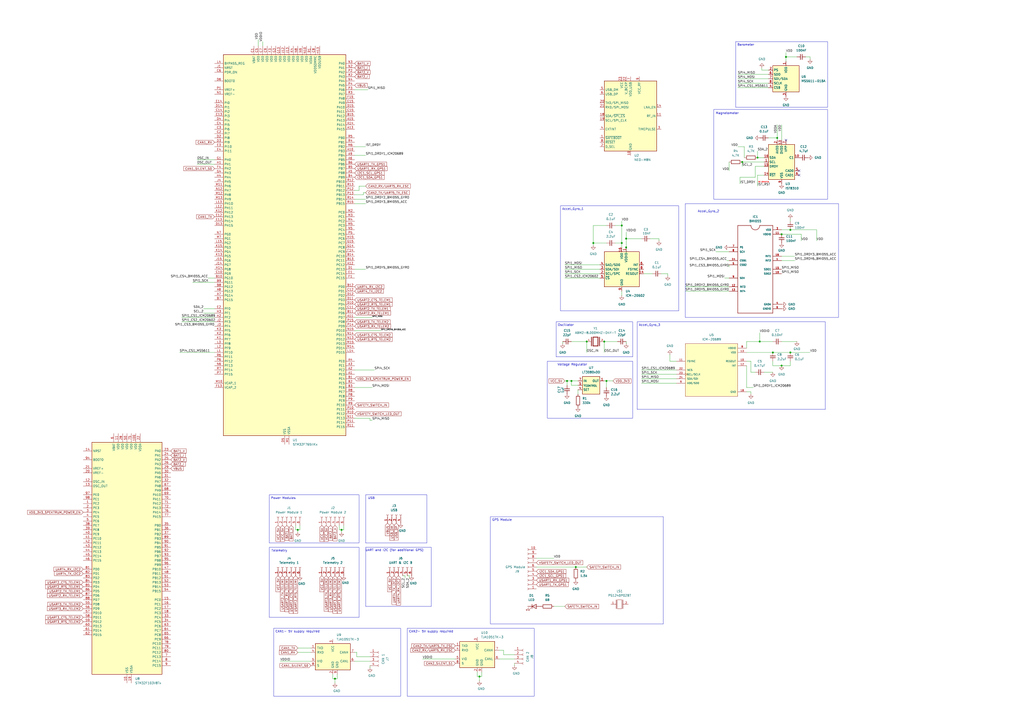
<source format=kicad_sch>
(kicad_sch (version 20250114) (generator "eeschema") (generator_version "9.0")
  (paper "A2")
  (title_block (title "STM32 Value Line Discovery - Shiled board") (date "20 oct 2012") (rev "1.0"))
  (lib_symbols
    (symbol "ABM2-8.000MHZ-D4Y-T:ABM2-8.000MHZ-D4Y-T" (pin_names (offset 1.016))
      (property "Reference" "Y" (at -5.0878 3.8159 0))
      (property "Value" "ABM2-8.000MHZ-D4Y-T" (at -5.0944 -5.0944 0))
      (symbol "ABM2-8.000MHZ-D4Y-T_0_0"
        (pin passive line (at -5.08 0 0) (length 2.54) (name "~") (number "1"))
        (pin passive line (at 5.08 0 180) (length 2.54) (name "~") (number "2"))
      )
    )
    (symbol "BMI055:BMI055" (pin_names (offset 1.016))
      (property "Reference" "IC" (at -10.1755 22.8948 0))
      (property "Value" "BMI055" (at -10.1753 -35.6135 0))
      (symbol "BMI055_0_0"
        (pin input line (at -15.24 7.62 0) (length 5.08) (name "PS") (number "7"))
        (pin input line (at -15.24 5.08 0) (length 5.08) (name "SCX") (number "8"))
        (pin input line (at -15.24 0 0) (length 5.08) (name "CSB1") (number "14"))
        (pin input line (at -15.24 -2.54 0) (length 5.08) (name "CSB2") (number "5"))
        (pin bidirectional line (at -15.24 -10.16 0) (length 5.08) (name "SDX") (number "9"))
        (pin bidirectional line (at -15.24 -15.24 0) (length 5.08) (name "INT3") (number "12"))
        (pin bidirectional line (at -15.24 -17.78 0) (length 5.08) (name "INT4") (number "13"))
        (pin power_in line (at 15.24 17.78 180) (length 5.08) (name "VDD") (number "3"))
        (pin power_in line (at 15.24 15.24 180) (length 5.08) (name "VDDIO") (number "11"))
        (pin output line (at 15.24 2.54 180) (length 5.08) (name "INT1") (number "16"))
        (pin output line (at 15.24 0 180) (length 5.08) (name "INT2") (number "1"))
        (pin output line (at 15.24 -5.08 180) (length 5.08) (name "SDO1") (number "15"))
        (pin output line (at 15.24 -7.62 180) (length 5.08) (name "SDO2") (number "10"))
        (pin passive line (at 15.24 -25.4 180) (length 5.08) (name "GNDA") (number "4"))
        (pin passive line (at 15.24 -27.94 180) (length 5.08) (name "GNDIO") (number "6"))
      )
    )
    (symbol "Connector:Conn_01x04_Socket" (pin_names (offset 1.016) (hide yes))
      (property "Reference" "J" (at 0 5.08 0))
      (property "Value" "Conn_01x04_Socket" (at 0 -7.62 0))
      (symbol "Conn_01x04_Socket_1_1"
        (pin passive line (at -5.08 2.54 0) (length 3.81) (name "Pin_1") (number "1"))
        (pin passive line (at -5.08 0 0) (length 3.81) (name "Pin_2") (number "2"))
        (pin passive line (at -5.08 -2.54 0) (length 3.81) (name "Pin_3") (number "3"))
        (pin passive line (at -5.08 -5.08 0) (length 3.81) (name "Pin_4") (number "4"))
      )
    )
    (symbol "Connector:Conn_01x06_Socket" (pin_names (offset 1.016) (hide yes))
      (property "Reference" "J" (at 0 7.62 0))
      (property "Value" "Conn_01x06_Socket" (at 0 -10.16 0))
      (symbol "Conn_01x06_Socket_1_1"
        (pin passive line (at -5.08 5.08 0) (length 3.81) (name "Pin_1") (number "1"))
        (pin passive line (at -5.08 2.54 0) (length 3.81) (name "Pin_2") (number "2"))
        (pin passive line (at -5.08 0 0) (length 3.81) (name "Pin_3") (number "3"))
        (pin passive line (at -5.08 -2.54 0) (length 3.81) (name "Pin_4") (number "4"))
        (pin passive line (at -5.08 -5.08 0) (length 3.81) (name "Pin_5") (number "5"))
        (pin passive line (at -5.08 -7.62 0) (length 3.81) (name "Pin_6") (number "6"))
      )
    )
    (symbol "Connector:Conn_01x10_Socket" (pin_names (offset 1.016) (hide yes))
      (property "Reference" "J" (at 0 12.7 0))
      (property "Value" "Conn_01x10_Socket" (at 0 -15.24 0))
      (symbol "Conn_01x10_Socket_1_1"
        (pin passive line (at -5.08 10.16 0) (length 3.81) (name "Pin_1") (number "1"))
        (pin passive line (at -5.08 7.62 0) (length 3.81) (name "Pin_2") (number "2"))
        (pin passive line (at -5.08 5.08 0) (length 3.81) (name "Pin_3") (number "3"))
        (pin passive line (at -5.08 2.54 0) (length 3.81) (name "Pin_4") (number "4"))
        (pin passive line (at -5.08 0 0) (length 3.81) (name "Pin_5") (number "5"))
        (pin passive line (at -5.08 -2.54 0) (length 3.81) (name "Pin_6") (number "6"))
        (pin passive line (at -5.08 -5.08 0) (length 3.81) (name "Pin_7") (number "7"))
        (pin passive line (at -5.08 -7.62 0) (length 3.81) (name "Pin_8") (number "8"))
        (pin passive line (at -5.08 -10.16 0) (length 3.81) (name "Pin_9") (number "9"))
        (pin passive line (at -5.08 -12.7 0) (length 3.81) (name "Pin_10") (number "10"))
      )
    )
    (symbol "Device:C_Small" (pin_numbers (hide yes)) (pin_names (offset 0.254) (hide yes))
      (property "Reference" "C" (at 0.254 1.778 0))
      (property "Value" "C_Small" (at 0.254 -2.032 0))
      (symbol "C_Small_1_1"
        (pin passive line (at 0 2.54 270) (length 2.032) (name "~") (number "1"))
        (pin passive line (at 0 -2.54 90) (length 2.032) (name "~") (number "2"))
      )
    )
    (symbol "Device:LED" (pin_numbers (hide yes)) (pin_names (offset 1.016) (hide yes))
      (property "Reference" "D" (at 0 2.54 0))
      (property "Value" "LED" (at 0 -2.54 0))
      (symbol "LED_1_1"
        (pin passive line (at -3.81 0 0) (length 2.54) (name "K") (number "1"))
        (pin passive line (at 3.81 0 180) (length 2.54) (name "A") (number "2"))
      )
    )
    (symbol "Device:R" (pin_numbers (hide yes)) (pin_names (offset 0))
      (property "Reference" "R" (at 2.032 0 90))
      (property "Value" "R" (at 0 0 90))
      (symbol "R_1_1"
        (pin passive line (at 0 3.81 270) (length 1.27) (name "~") (number "1"))
        (pin passive line (at 0 -3.81 90) (length 1.27) (name "~") (number "2"))
      )
    )
    (symbol "ICM-20689:ICM-20689" (pin_names (offset 1.016))
      (property "Reference" "U" (at -15.2635 15.7723 0))
      (property "Value" "ICM-20689" (at -15.265 -17.8092 0))
      (symbol "ICM-20689_0_0"
        (pin input line (at -20.32 5.08 0) (length 5.08) (name "FSYNC") (number "11"))
        (pin input line (at -20.32 0 0) (length 5.08) (name "NCS") (number "22"))
        (pin input clock (at -20.32 -2.54 0) (length 5.08) (name "SCL/SCLK") (number "23"))
        (pin bidirectional line (at -20.32 -5.08 0) (length 5.08) (name "SDA/SDI") (number "24"))
        (pin bidirectional line (at -20.32 -7.62 0) (length 5.08) (name "AD0/SDO") (number "9"))
        (pin power_in line (at 20.32 12.7 180) (length 5.08) (name "VDDIO") (number "8"))
        (pin power_in line (at 20.32 10.16 180) (length 5.08) (name "VDD") (number "13"))
        (pin output line (at 20.32 5.08 180) (length 5.08) (name "REGOUT") (number "10"))
        (pin output line (at 20.32 2.54 180) (length 5.08) (name "INT") (number "12"))
        (pin power_in line (at 20.32 -12.7 180) (length 5.08) (name "GND") (number "18"))
      )
    )
    (symbol "Interface_CAN_LIN:TJA1051TK-3" (pin_names (offset 1.016))
      (property "Reference" "U" (at -10.16 8.89 0))
      (property "Value" "TJA1051TK-3" (at 1.27 8.89 0))
      (symbol "TJA1051TK-3_1_1"
        (pin input line (at -12.7 5.08 0) (length 2.54) (name "TXD") (number "1"))
        (pin output line (at -12.7 2.54 0) (length 2.54) (name "RXD") (number "4"))
        (pin power_in line (at -12.7 -2.54 0) (length 2.54) (name "VIO") (number "5"))
        (pin input line (at -12.7 -5.08 0) (length 2.54) (name "S") (number "8"))
        (pin power_in line (at 0 10.16 270) (length 2.54) (name "VCC") (number "3"))
        (pin power_in line (at 0 -10.16 90) (length 2.54) (name "GND") (number "2"))
        (pin power_in line (at 2.54 -10.16 90) (length 2.54) (name "GND") (number "9"))
        (pin bidirectional line (at 12.7 2.54 180) (length 2.54) (name "CANH") (number "7"))
        (pin bidirectional line (at 12.7 -2.54 180) (length 2.54) (name "CANL") (number "6"))
      )
    )
    (symbol "MCU_ST_STM32F1:STM32F103V8Tx"
      (property "Reference" "U" (at -20.32 69.85 0))
      (property "Value" "STM32F103V8Tx" (at 10.16 69.85 0))
      (symbol "STM32F103V8Tx_1_1"
        (pin input line (at -25.4 63.5 0) (length 5.08) (name "NRST") (number "14"))
        (pin input line (at -25.4 58.42 0) (length 5.08) (name "BOOT0") (number "94"))
        (pin input line (at -25.4 53.34 0) (length 5.08) (name "VREF+") (number "21"))
        (pin input line (at -25.4 50.8 0) (length 5.08) (name "VREF-") (number "20"))
        (pin input line (at -25.4 45.72 0) (length 5.08) (name "OSC_IN") (number "12"))
        (pin input line (at -25.4 43.18 0) (length 5.08) (name "OSC_OUT") (number "13"))
        (pin bidirectional line (at -25.4 38.1 0) (length 5.08) (name "PE0") (number "97"))
        (pin bidirectional line (at -25.4 35.56 0) (length 5.08) (name "PE1") (number "98"))
        (pin bidirectional line (at -25.4 33.02 0) (length 5.08) (name "PE2") (number "1"))
        (pin bidirectional line (at -25.4 30.48 0) (length 5.08) (name "PE3") (number "2"))
        (pin bidirectional line (at -25.4 27.94 0) (length 5.08) (name "PE4") (number "3"))
        (pin bidirectional line (at -25.4 25.4 0) (length 5.08) (name "PE5") (number "4"))
        (pin bidirectional line (at -25.4 22.86 0) (length 5.08) (name "PE6") (number "5"))
        (pin bidirectional line (at -25.4 20.32 0) (length 5.08) (name "PE7") (number "38"))
        (pin bidirectional line (at -25.4 17.78 0) (length 5.08) (name "PE8") (number "39"))
        (pin bidirectional line (at -25.4 15.24 0) (length 5.08) (name "PE9") (number "40"))
        (pin bidirectional line (at -25.4 12.7 0) (length 5.08) (name "PE10") (number "41"))
        (pin bidirectional line (at -25.4 10.16 0) (length 5.08) (name "PE11") (number "42"))
        (pin bidirectional line (at -25.4 7.62 0) (length 5.08) (name "PE12") (number "43"))
        (pin bidirectional line (at -25.4 5.08 0) (length 5.08) (name "PE13") (number "44"))
        (pin bidirectional line (at -25.4 2.54 0) (length 5.08) (name "PE14") (number "45"))
        (pin bidirectional line (at -25.4 0 0) (length 5.08) (name "PE15") (number "46"))
        (pin bidirectional line (at -25.4 -5.08 0) (length 5.08) (name "PD0") (number "81"))
        (pin bidirectional line (at -25.4 -7.62 0) (length 5.08) (name "PD1") (number "82"))
        (pin bidirectional line (at -25.4 -10.16 0) (length 5.08) (name "PD2") (number "83"))
        (pin bidirectional line (at -25.4 -12.7 0) (length 5.08) (name "PD3") (number "84"))
        (pin bidirectional line (at -25.4 -15.24 0) (length 5.08) (name "PD4") (number "85"))
        (pin bidirectional line (at -25.4 -17.78 0) (length 5.08) (name "PD5") (number "86"))
        (pin bidirectional line (at -25.4 -20.32 0) (length 5.08) (name "PD6") (number "87"))
        (pin bidirectional line (at -25.4 -22.86 0) (length 5.08) (name "PD7") (number "88"))
        (pin bidirectional line (at -25.4 -25.4 0) (length 5.08) (name "PD8") (number "55"))
        (pin bidirectional line (at -25.4 -27.94 0) (length 5.08) (name "PD9") (number "56"))
        (pin bidirectional line (at -25.4 -30.48 0) (length 5.08) (name "PD10") (number "57"))
        (pin bidirectional line (at -25.4 -33.02 0) (length 5.08) (name "PD11") (number "58"))
        (pin bidirectional line (at -25.4 -35.56 0) (length 5.08) (name "PD12") (number "59"))
        (pin bidirectional line (at -25.4 -38.1 0) (length 5.08) (name "PD13") (number "60"))
        (pin bidirectional line (at -25.4 -40.64 0) (length 5.08) (name "PD14") (number "61"))
        (pin bidirectional line (at -25.4 -43.18 0) (length 5.08) (name "PD15") (number "62"))
        (pin no_connect line (at -20.32 -66.04 0) (length 5.08) (hide yes) (name "NC") (number "73"))
        (pin power_in line (at -7.62 73.66 270) (length 5.08) (name "VBAT") (number "6"))
        (pin power_in line (at -5.08 73.66 270) (length 5.08) (name "VDD") (number "11"))
        (pin power_in line (at -2.54 73.66 270) (length 5.08) (name "VDD") (number "28"))
        (pin power_in line (at 0 73.66 270) (length 5.08) (name "VDD") (number "50"))
        (pin power_in line (at 0 -71.12 90) (length 5.08) (name "VSS") (number "10"))
        (pin passive line (at 0 -71.12 90) (length 5.08) (hide yes) (name "VSS") (number "27"))
        (pin passive line (at 0 -71.12 90) (length 5.08) (hide yes) (name "VSS") (number "49"))
        (pin passive line (at 0 -71.12 90) (length 5.08) (hide yes) (name "VSS") (number "74"))
        (pin passive line (at 0 -71.12 90) (length 5.08) (hide yes) (name "VSS") (number "99"))
        (pin power_in line (at 2.54 73.66 270) (length 5.08) (name "VDD") (number "75"))
        (pin power_in line (at 2.54 -71.12 90) (length 5.08) (name "VSSA") (number "19"))
        (pin power_in line (at 5.08 73.66 270) (length 5.08) (name "VDD") (number "100"))
        (pin power_in line (at 7.62 73.66 270) (length 5.08) (name "VDDA") (number "22"))
        (pin bidirectional line (at 25.4 63.5 180) (length 5.08) (name "PA0") (number "23"))
        (pin bidirectional line (at 25.4 60.96 180) (length 5.08) (name "PA1") (number "24"))
        (pin bidirectional line (at 25.4 58.42 180) (length 5.08) (name "PA2") (number "25"))
        (pin bidirectional line (at 25.4 55.88 180) (length 5.08) (name "PA3") (number "26"))
        (pin bidirectional line (at 25.4 53.34 180) (length 5.08) (name "PA4") (number "29"))
        (pin bidirectional line (at 25.4 50.8 180) (length 5.08) (name "PA5") (number "30"))
        (pin bidirectional line (at 25.4 48.26 180) (length 5.08) (name "PA6") (number "31"))
        (pin bidirectional line (at 25.4 45.72 180) (length 5.08) (name "PA7") (number "32"))
        (pin bidirectional line (at 25.4 43.18 180) (length 5.08) (name "PA8") (number "67"))
        (pin bidirectional line (at 25.4 40.64 180) (length 5.08) (name "PA9") (number "68"))
        (pin bidirectional line (at 25.4 38.1 180) (length 5.08) (name "PA10") (number "69"))
        (pin bidirectional line (at 25.4 35.56 180) (length 5.08) (name "PA11") (number "70"))
        (pin bidirectional line (at 25.4 33.02 180) (length 5.08) (name "PA12") (number "71"))
        (pin bidirectional line (at 25.4 30.48 180) (length 5.08) (name "PA13") (number "72"))
        (pin bidirectional line (at 25.4 27.94 180) (length 5.08) (name "PA14") (number "76"))
        (pin bidirectional line (at 25.4 25.4 180) (length 5.08) (name "PA15") (number "77"))
        (pin bidirectional line (at 25.4 20.32 180) (length 5.08) (name "PB0") (number "35"))
        (pin bidirectional line (at 25.4 17.78 180) (length 5.08) (name "PB1") (number "36"))
        (pin bidirectional line (at 25.4 15.24 180) (length 5.08) (name "PB2") (number "37"))
        (pin bidirectional line (at 25.4 12.7 180) (length 5.08) (name "PB3") (number "89"))
        (pin bidirectional line (at 25.4 10.16 180) (length 5.08) (name "PB4") (number "90"))
        (pin bidirectional line (at 25.4 7.62 180) (length 5.08) (name "PB5") (number "91"))
        (pin bidirectional line (at 25.4 5.08 180) (length 5.08) (name "PB6") (number "92"))
        (pin bidirectional line (at 25.4 2.54 180) (length 5.08) (name "PB7") (number "93"))
        (pin bidirectional line (at 25.4 0 180) (length 5.08) (name "PB8") (number "95"))
        (pin bidirectional line (at 25.4 -2.54 180) (length 5.08) (name "PB9") (number "96"))
        (pin bidirectional line (at 25.4 -5.08 180) (length 5.08) (name "PB10") (number "47"))
        (pin bidirectional line (at 25.4 -7.62 180) (length 5.08) (name "PB11") (number "48"))
        (pin bidirectional line (at 25.4 -10.16 180) (length 5.08) (name "PB12") (number "51"))
        (pin bidirectional line (at 25.4 -12.7 180) (length 5.08) (name "PB13") (number "52"))
        (pin bidirectional line (at 25.4 -15.24 180) (length 5.08) (name "PB14") (number "53"))
        (pin bidirectional line (at 25.4 -17.78 180) (length 5.08) (name "PB15") (number "54"))
        (pin bidirectional line (at 25.4 -22.86 180) (length 5.08) (name "PC0") (number "15"))
        (pin bidirectional line (at 25.4 -25.4 180) (length 5.08) (name "PC1") (number "16"))
        (pin bidirectional line (at 25.4 -27.94 180) (length 5.08) (name "PC2") (number "17"))
        (pin bidirectional line (at 25.4 -30.48 180) (length 5.08) (name "PC3") (number "18"))
        (pin bidirectional line (at 25.4 -33.02 180) (length 5.08) (name "PC4") (number "33"))
        (pin bidirectional line (at 25.4 -35.56 180) (length 5.08) (name "PC5") (number "34"))
        (pin bidirectional line (at 25.4 -38.1 180) (length 5.08) (name "PC6") (number "63"))
        (pin bidirectional line (at 25.4 -40.64 180) (length 5.08) (name "PC7") (number "64"))
        (pin bidirectional line (at 25.4 -43.18 180) (length 5.08) (name "PC8") (number "65"))
        (pin bidirectional line (at 25.4 -45.72 180) (length 5.08) (name "PC9") (number "66"))
        (pin bidirectional line (at 25.4 -48.26 180) (length 5.08) (name "PC10") (number "78"))
        (pin bidirectional line (at 25.4 -50.8 180) (length 5.08) (name "PC11") (number "79"))
        (pin bidirectional line (at 25.4 -53.34 180) (length 5.08) (name "PC12") (number "80"))
        (pin bidirectional line (at 25.4 -55.88 180) (length 5.08) (name "PC13") (number "7"))
        (pin bidirectional line (at 25.4 -58.42 180) (length 5.08) (name "PC14") (number "8"))
        (pin bidirectional line (at 25.4 -60.96 180) (length 5.08) (name "PC15") (number "9"))
      )
    )
    (symbol "MCU_ST_STM32F7:STM32F765IIKx"
      (property "Reference" "U" (at -35.56 113.03 0))
      (property "Value" "STM32F765IIKx" (at 22.86 113.03 0))
      (symbol "STM32F765IIKx_1_1"
        (pin input line (at -40.64 106.68 0) (length 5.08) (name "BYPASS_REG") (number "L4"))
        (pin input line (at -40.64 104.14 0) (length 5.08) (name "NRST") (number "J1"))
        (pin input line (at -40.64 101.6 0) (length 5.08) (name "PDR_ON") (number "C6"))
        (pin input line (at -40.64 96.52 0) (length 5.08) (name "BOOT0") (number "D6"))
        (pin input line (at -40.64 91.44 0) (length 5.08) (name "VREF+") (number "P1"))
        (pin input line (at -40.64 88.9 0) (length 5.08) (name "VREF-") (number "N1"))
        (pin bidirectional line (at -40.64 83.82 0) (length 5.08) (name "PI0") (number "E14"))
        (pin bidirectional line (at -40.64 81.28 0) (length 5.08) (name "PI1") (number "D14"))
        (pin bidirectional line (at -40.64 78.74 0) (length 5.08) (name "PI2") (number "C14"))
        (pin bidirectional line (at -40.64 76.2 0) (length 5.08) (name "PI3") (number "C13"))
        (pin bidirectional line (at -40.64 73.66 0) (length 5.08) (name "PI4") (number "D4"))
        (pin bidirectional line (at -40.64 71.12 0) (length 5.08) (name "PI5") (number "C4"))
        (pin bidirectional line (at -40.64 68.58 0) (length 5.08) (name "PI6") (number "C3"))
        (pin bidirectional line (at -40.64 66.04 0) (length 5.08) (name "PI7") (number "C2"))
        (pin bidirectional line (at -40.64 63.5 0) (length 5.08) (name "PI8") (number "D2"))
        (pin bidirectional line (at -40.64 60.96 0) (length 5.08) (name "PI9") (number "D3"))
        (pin bidirectional line (at -40.64 58.42 0) (length 5.08) (name "PI10") (number "E3"))
        (pin bidirectional line (at -40.64 55.88 0) (length 5.08) (name "PI11") (number "E4"))
        (pin bidirectional line (at -40.64 50.8 0) (length 5.08) (name "PH0") (number "G1"))
        (pin bidirectional line (at -40.64 48.26 0) (length 5.08) (name "PH1") (number "H1"))
        (pin bidirectional line (at -40.64 45.72 0) (length 5.08) (name "PH2") (number "F4"))
        (pin bidirectional line (at -40.64 43.18 0) (length 5.08) (name "PH3") (number "G4"))
        (pin bidirectional line (at -40.64 40.64 0) (length 5.08) (name "PH4") (number "H4"))
        (pin bidirectional line (at -40.64 38.1 0) (length 5.08) (name "PH5") (number "J4"))
        (pin bidirectional line (at -40.64 35.56 0) (length 5.08) (name "PH6") (number "M11"))
        (pin bidirectional line (at -40.64 33.02 0) (length 5.08) (name "PH7") (number "N12"))
        (pin bidirectional line (at -40.64 30.48 0) (length 5.08) (name "PH8") (number "M12"))
        (pin bidirectional line (at -40.64 27.94 0) (length 5.08) (name "PH9") (number "M13"))
        (pin bidirectional line (at -40.64 25.4 0) (length 5.08) (name "PH10") (number "L13"))
        (pin bidirectional line (at -40.64 22.86 0) (length 5.08) (name "PH11") (number "L12"))
        (pin bidirectional line (at -40.64 20.32 0) (length 5.08) (name "PH12") (number "K12"))
        (pin bidirectional line (at -40.64 17.78 0) (length 5.08) (name "PH13") (number "E12"))
        (pin bidirectional line (at -40.64 15.24 0) (length 5.08) (name "PH14") (number "E13"))
        (pin bidirectional line (at -40.64 12.7 0) (length 5.08) (name "PH15") (number "D13"))
        (pin bidirectional line (at -40.64 7.62 0) (length 5.08) (name "PG0") (number "N7"))
        (pin bidirectional line (at -40.64 5.08 0) (length 5.08) (name "PG1") (number "M7"))
        (pin bidirectional line (at -40.64 2.54 0) (length 5.08) (name "PG2") (number "L15"))
        (pin bidirectional line (at -40.64 0 0) (length 5.08) (name "PG3") (number "K15"))
        (pin bidirectional line (at -40.64 -2.54 0) (length 5.08) (name "PG4") (number "K14"))
        (pin bidirectional line (at -40.64 -5.08 0) (length 5.08) (name "PG5") (number "K13"))
        (pin bidirectional line (at -40.64 -7.62 0) (length 5.08) (name "PG6") (number "J15"))
        (pin bidirectional line (at -40.64 -10.16 0) (length 5.08) (name "PG7") (number "J14"))
        (pin bidirectional line (at -40.64 -12.7 0) (length 5.08) (name "PG8") (number "H14"))
        (pin bidirectional line (at -40.64 -15.24 0) (length 5.08) (name "PG9") (number "C10"))
        (pin bidirectional line (at -40.64 -17.78 0) (length 5.08) (name "PG10") (number "B10"))
        (pin bidirectional line (at -40.64 -20.32 0) (length 5.08) (name "PG11") (number "B9"))
        (pin bidirectional line (at -40.64 -22.86 0) (length 5.08) (name "PG12") (number "B8"))
        (pin bidirectional line (at -40.64 -25.4 0) (length 5.08) (name "PG13") (number "A8"))
        (pin bidirectional line (at -40.64 -27.94 0) (length 5.08) (name "PG14") (number "A7"))
        (pin bidirectional line (at -40.64 -30.48 0) (length 5.08) (name "PG15") (number "B7"))
        (pin bidirectional line (at -40.64 -35.56 0) (length 5.08) (name "PF0") (number "E2"))
        (pin bidirectional line (at -40.64 -38.1 0) (length 5.08) (name "PF1") (number "H3"))
        (pin bidirectional line (at -40.64 -40.64 0) (length 5.08) (name "PF2") (number "H2"))
        (pin bidirectional line (at -40.64 -43.18 0) (length 5.08) (name "PF3") (number "J2"))
        (pin bidirectional line (at -40.64 -45.72 0) (length 5.08) (name "PF4") (number "J3"))
        (pin bidirectional line (at -40.64 -48.26 0) (length 5.08) (name "PF5") (number "K3"))
        (pin bidirectional line (at -40.64 -50.8 0) (length 5.08) (name "PF6") (number "K2"))
        (pin bidirectional line (at -40.64 -53.34 0) (length 5.08) (name "PF7") (number "K1"))
        (pin bidirectional line (at -40.64 -55.88 0) (length 5.08) (name "PF8") (number "L3"))
        (pin bidirectional line (at -40.64 -58.42 0) (length 5.08) (name "PF9") (number "L2"))
        (pin bidirectional line (at -40.64 -60.96 0) (length 5.08) (name "PF10") (number "L1"))
        (pin bidirectional line (at -40.64 -63.5 0) (length 5.08) (name "PF11") (number "R6"))
        (pin bidirectional line (at -40.64 -66.04 0) (length 5.08) (name "PF12") (number "P6"))
        (pin bidirectional line (at -40.64 -68.58 0) (length 5.08) (name "PF13") (number "N6"))
        (pin bidirectional line (at -40.64 -71.12 0) (length 5.08) (name "PF14") (number "R7"))
        (pin bidirectional line (at -40.64 -73.66 0) (length 5.08) (name "PF15") (number "P7"))
        (pin power_out line (at -40.64 -78.74 0) (length 5.08) (name "VCAP_1") (number "M10"))
        (pin power_out line (at -40.64 -81.28 0) (length 5.08) (name "VCAP_2") (number "F13"))
        (pin power_in line (at -17.78 116.84 270) (length 5.08) (name "VBAT") (number "C1"))
        (pin power_in line (at -15.24 116.84 270) (length 5.08) (name "VDD") (number "C5"))
        (pin power_in line (at -12.7 116.84 270) (length 5.08) (name "VDD") (number "C7"))
        (pin power_in line (at -10.16 116.84 270) (length 5.08) (name "VDD") (number "C9"))
        (pin power_in line (at -7.62 116.84 270) (length 5.08) (name "VDD") (number "F3"))
        (pin power_in line (at -5.08 116.84 270) (length 5.08) (name "VDD") (number "G3"))
        (pin power_in line (at -2.54 116.84 270) (length 5.08) (name "VDD") (number "G13"))
        (pin power_in line (at 0 116.84 270) (length 5.08) (name "VDD") (number "J12"))
        (pin power_in line (at 0 -114.3 90) (length 5.08) (name "VSS") (number "D5"))
        (pin passive line (at 0 -114.3 90) (length 5.08) (hide yes) (name "VSS") (number "D7"))
        (pin passive line (at 0 -114.3 90) (length 5.08) (hide yes) (name "VSS") (number "D8"))
        (pin passive line (at 0 -114.3 90) (length 5.08) (hide yes) (name "VSS") (number "D9"))
        (pin passive line (at 0 -114.3 90) (length 5.08) (hide yes) (name "VSS") (number "F10"))
        (pin passive line (at 0 -114.3 90) (length 5.08) (hide yes) (name "VSS") (number "F12"))
        (pin passive line (at 0 -114.3 90) (length 5.08) (hide yes) (name "VSS") (number "F2"))
        (pin passive line (at 0 -114.3 90) (length 5.08) (hide yes) (name "VSS") (number "F6"))
        (pin passive line (at 0 -114.3 90) (length 5.08) (hide yes) (name "VSS") (number "F7"))
        (pin passive line (at 0 -114.3 90) (length 5.08) (hide yes) (name "VSS") (number "F8"))
        (pin passive line (at 0 -114.3 90) (length 5.08) (hide yes) (name "VSS") (number "F9"))
        (pin passive line (at 0 -114.3 90) (length 5.08) (hide yes) (name "VSS") (number "G10"))
        (pin passive line (at 0 -114.3 90) (length 5.08) (hide yes) (name "VSS") (number "G12"))
        (pin passive line (at 0 -114.3 90) (length 5.08) (hide yes) (name "VSS") (number "G2"))
        (pin passive line (at 0 -114.3 90) (length 5.08) (hide yes) (name "VSS") (number "G6"))
        (pin passive line (at 0 -114.3 90) (length 5.08) (hide yes) (name "VSS") (number "G7"))
        (pin passive line (at 0 -114.3 90) (length 5.08) (hide yes) (name "VSS") (number "G8"))
        (pin passive line (at 0 -114.3 90) (length 5.08) (hide yes) (name "VSS") (number "G9"))
        (pin passive line (at 0 -114.3 90) (length 5.08) (hide yes) (name "VSS") (number "H10"))
        (pin passive line (at 0 -114.3 90) (length 5.08) (hide yes) (name "VSS") (number "H12"))
        (pin passive line (at 0 -114.3 90) (length 5.08) (hide yes) (name "VSS") (number "H6"))
        (pin passive line (at 0 -114.3 90) (length 5.08) (hide yes) (name "VSS") (number "H7"))
        (pin passive line (at 0 -114.3 90) (length 5.08) (hide yes) (name "VSS") (number "H8"))
        (pin passive line (at 0 -114.3 90) (length 5.08) (hide yes) (name "VSS") (number "H9"))
        (pin passive line (at 0 -114.3 90) (length 5.08) (hide yes) (name "VSS") (number "J10"))
        (pin passive line (at 0 -114.3 90) (length 5.08) (hide yes) (name "VSS") (number "J6"))
        (pin passive line (at 0 -114.3 90) (length 5.08) (hide yes) (name "VSS") (number "J7"))
        (pin passive line (at 0 -114.3 90) (length 5.08) (hide yes) (name "VSS") (number "J8"))
        (pin passive line (at 0 -114.3 90) (length 5.08) (hide yes) (name "VSS") (number "J9"))
        (pin passive line (at 0 -114.3 90) (length 5.08) (hide yes) (name "VSS") (number "K10"))
        (pin passive line (at 0 -114.3 90) (length 5.08) (hide yes) (name "VSS") (number "K6"))
        (pin passive line (at 0 -114.3 90) (length 5.08) (hide yes) (name "VSS") (number "K7"))
        (pin passive line (at 0 -114.3 90) (length 5.08) (hide yes) (name "VSS") (number "K8"))
        (pin passive line (at 0 -114.3 90) (length 5.08) (hide yes) (name "VSS") (number "K9"))
        (pin passive line (at 0 -114.3 90) (length 5.08) (hide yes) (name "VSS") (number "M8"))
        (pin passive line (at 0 -114.3 90) (length 5.08) (hide yes) (name "VSS") (number "M9"))
        (pin power_in line (at 2.54 116.84 270) (length 5.08) (name "VDD") (number "J13"))
        (pin power_in line (at 2.54 -114.3 90) (length 5.08) (name "VSSA") (number "M1"))
        (pin power_in line (at 5.08 116.84 270) (length 5.08) (name "VDD") (number "K4"))
        (pin power_in line (at 7.62 116.84 270) (length 5.08) (name "VDD") (number "N8"))
        (pin power_in line (at 10.16 116.84 270) (length 5.08) (name "VDD") (number "N9"))
        (pin power_in line (at 12.7 116.84 270) (length 5.08) (name "VDD") (number "N10"))
        (pin power_in line (at 15.24 116.84 270) (length 5.08) (name "VDDA") (number "R1"))
        (pin power_in line (at 17.78 116.84 270) (length 5.08) (name "VDDSDMMC") (number "C8"))
        (pin power_in line (at 20.32 116.84 270) (length 5.08) (name "VDDUSB") (number "H13"))
        (pin bidirectional line (at 40.64 106.68 180) (length 5.08) (name "PA0") (number "N3"))
        (pin bidirectional line (at 40.64 104.14 180) (length 5.08) (name "PA1") (number "N2"))
        (pin bidirectional line (at 40.64 101.6 180) (length 5.08) (name "PA2") (number "P2"))
        (pin bidirectional line (at 40.64 99.06 180) (length 5.08) (name "PA3") (number "R2"))
        (pin bidirectional line (at 40.64 96.52 180) (length 5.08) (name "PA4") (number "N4"))
        (pin bidirectional line (at 40.64 93.98 180) (length 5.08) (name "PA5") (number "P4"))
        (pin bidirectional line (at 40.64 91.44 180) (length 5.08) (name "PA6") (number "P3"))
        (pin bidirectional line (at 40.64 88.9 180) (length 5.08) (name "PA7") (number "R3"))
        (pin bidirectional line (at 40.64 86.36 180) (length 5.08) (name "PA8") (number "F15"))
        (pin bidirectional line (at 40.64 83.82 180) (length 5.08) (name "PA9") (number "E15"))
        (pin bidirectional line (at 40.64 81.28 180) (length 5.08) (name "PA10") (number "D15"))
        (pin bidirectional line (at 40.64 78.74 180) (length 5.08) (name "PA11") (number "C15"))
        (pin bidirectional line (at 40.64 76.2 180) (length 5.08) (name "PA12") (number "B15"))
        (pin bidirectional line (at 40.64 73.66 180) (length 5.08) (name "PA13") (number "A15"))
        (pin bidirectional line (at 40.64 71.12 180) (length 5.08) (name "PA14") (number "A14"))
        (pin bidirectional line (at 40.64 68.58 180) (length 5.08) (name "PA15") (number "A13"))
        (pin bidirectional line (at 40.64 63.5 180) (length 5.08) (name "PB0") (number "R5"))
        (pin bidirectional line (at 40.64 60.96 180) (length 5.08) (name "PB1") (number "R4"))
        (pin bidirectional line (at 40.64 58.42 180) (length 5.08) (name "PB2") (number "M6"))
        (pin bidirectional line (at 40.64 55.88 180) (length 5.08) (name "PB3") (number "A10"))
        (pin bidirectional line (at 40.64 53.34 180) (length 5.08) (name "PB4") (number "A9"))
        (pin bidirectional line (at 40.64 50.8 180) (length 5.08) (name "PB5") (number "A6"))
        (pin bidirectional line (at 40.64 48.26 180) (length 5.08) (name "PB6") (number "B6"))
        (pin bidirectional line (at 40.64 45.72 180) (length 5.08) (name "PB7") (number "B5"))
        (pin bidirectional line (at 40.64 43.18 180) (length 5.08) (name "PB8") (number "A5"))
        (pin bidirectional line (at 40.64 40.64 180) (length 5.08) (name "PB9") (number "B4"))
        (pin bidirectional line (at 40.64 38.1 180) (length 5.08) (name "PB10") (number "R12"))
        (pin bidirectional line (at 40.64 35.56 180) (length 5.08) (name "PB11") (number "R13"))
        (pin bidirectional line (at 40.64 33.02 180) (length 5.08) (name "PB12") (number "P12"))
        (pin bidirectional line (at 40.64 30.48 180) (length 5.08) (name "PB13") (number "P13"))
        (pin bidirectional line (at 40.64 27.94 180) (length 5.08) (name "PB14") (number "R14"))
        (pin bidirectional line (at 40.64 25.4 180) (length 5.08) (name "PB15") (number "R15"))
        (pin bidirectional line (at 40.64 20.32 180) (length 5.08) (name "PC0") (number "M2"))
        (pin bidirectional line (at 40.64 17.78 180) (length 5.08) (name "PC1") (number "M3"))
        (pin bidirectional line (at 40.64 15.24 180) (length 5.08) (name "PC2") (number "M4"))
        (pin bidirectional line (at 40.64 12.7 180) (length 5.08) (name "PC3") (number "M5"))
        (pin bidirectional line (at 40.64 10.16 180) (length 5.08) (name "PC4") (number "N5"))
        (pin bidirectional line (at 40.64 7.62 180) (length 5.08) (name "PC5") (number "P5"))
        (pin bidirectional line (at 40.64 5.08 180) (length 5.08) (name "PC6") (number "H15"))
        (pin bidirectional line (at 40.64 2.54 180) (length 5.08) (name "PC7") (number "G15"))
        (pin bidirectional line (at 40.64 0 180) (length 5.08) (name "PC8") (number "G14"))
        (pin bidirectional line (at 40.64 -2.54 180) (length 5.08) (name "PC9") (number "F14"))
        (pin bidirectional line (at 40.64 -5.08 180) (length 5.08) (name "PC10") (number "B14"))
        (pin bidirectional line (at 40.64 -7.62 180) (length 5.08) (name "PC11") (number "B13"))
        (pin bidirectional line (at 40.64 -10.16 180) (length 5.08) (name "PC12") (number "A12"))
        (pin bidirectional line (at 40.64 -12.7 180) (length 5.08) (name "PC13") (number "D1"))
        (pin bidirectional line (at 40.64 -15.24 180) (length 5.08) (name "PC14") (number "E1"))
        (pin bidirectional line (at 40.64 -17.78 180) (length 5.08) (name "PC15") (number "F1"))
        (pin bidirectional line (at 40.64 -22.86 180) (length 5.08) (name "PD0") (number "B12"))
        (pin bidirectional line (at 40.64 -25.4 180) (length 5.08) (name "PD1") (number "C12"))
        (pin bidirectional line (at 40.64 -27.94 180) (length 5.08) (name "PD2") (number "D12"))
        (pin bidirectional line (at 40.64 -30.48 180) (length 5.08) (name "PD3") (number "D11"))
        (pin bidirectional line (at 40.64 -33.02 180) (length 5.08) (name "PD4") (number "D10"))
        (pin bidirectional line (at 40.64 -35.56 180) (length 5.08) (name "PD5") (number "C11"))
        (pin bidirectional line (at 40.64 -38.1 180) (length 5.08) (name "PD6") (number "B11"))
        (pin bidirectional line (at 40.64 -40.64 180) (length 5.08) (name "PD7") (number "A11"))
        (pin bidirectional line (at 40.64 -43.18 180) (length 5.08) (name "PD8") (number "P15"))
        (pin bidirectional line (at 40.64 -45.72 180) (length 5.08) (name "PD9") (number "P14"))
        (pin bidirectional line (at 40.64 -48.26 180) (length 5.08) (name "PD10") (number "N15"))
        (pin bidirectional line (at 40.64 -50.8 180) (length 5.08) (name "PD11") (number "N14"))
        (pin bidirectional line (at 40.64 -53.34 180) (length 5.08) (name "PD12") (number "N13"))
        (pin bidirectional line (at 40.64 -55.88 180) (length 5.08) (name "PD13") (number "M15"))
        (pin bidirectional line (at 40.64 -58.42 180) (length 5.08) (name "PD14") (number "M14"))
        (pin bidirectional line (at 40.64 -60.96 180) (length 5.08) (name "PD15") (number "L14"))
        (pin bidirectional line (at 40.64 -66.04 180) (length 5.08) (name "PE0") (number "A4"))
        (pin bidirectional line (at 40.64 -68.58 180) (length 5.08) (name "PE1") (number "A3"))
        (pin bidirectional line (at 40.64 -71.12 180) (length 5.08) (name "PE2") (number "A2"))
        (pin bidirectional line (at 40.64 -73.66 180) (length 5.08) (name "PE3") (number "A1"))
        (pin bidirectional line (at 40.64 -76.2 180) (length 5.08) (name "PE4") (number "B1"))
        (pin bidirectional line (at 40.64 -78.74 180) (length 5.08) (name "PE5") (number "B2"))
        (pin bidirectional line (at 40.64 -81.28 180) (length 5.08) (name "PE6") (number "B3"))
        (pin bidirectional line (at 40.64 -83.82 180) (length 5.08) (name "PE7") (number "R8"))
        (pin bidirectional line (at 40.64 -86.36 180) (length 5.08) (name "PE8") (number "P8"))
        (pin bidirectional line (at 40.64 -88.9 180) (length 5.08) (name "PE9") (number "P9"))
        (pin bidirectional line (at 40.64 -91.44 180) (length 5.08) (name "PE10") (number "R9"))
        (pin bidirectional line (at 40.64 -93.98 180) (length 5.08) (name "PE11") (number "P10"))
        (pin bidirectional line (at 40.64 -96.52 180) (length 5.08) (name "PE12") (number "R10"))
        (pin bidirectional line (at 40.64 -99.06 180) (length 5.08) (name "PE13") (number "N11"))
        (pin bidirectional line (at 40.64 -101.6 180) (length 5.08) (name "PE14") (number "P11"))
        (pin bidirectional line (at 40.64 -104.14 180) (length 5.08) (name "PE15") (number "R11"))
      )
    )
    (symbol "PS1240P02BT:PS1240P02BT" (pin_names (offset 1.016))
      (property "Reference" "LS" (at -3.81 3.81 0))
      (property "Value" "PS1240P02BT" (at -3.81 -5.08 0))
      (symbol "PS1240P02BT_0_0"
        (pin passive line (at -5.08 0 0) (length 2.54) (name "~") (number "1"))
        (pin passive line (at 5.08 0 180) (length 2.54) (name "~") (number "2"))
      )
    )
    (symbol "RF_GPS:NEO-M8N"
      (property "Reference" "U" (at -13.97 21.59 0))
      (property "Value" "NEO-M8N" (at 11.43 21.59 0))
      (symbol "NEO-M8N_1_1"
        (pin bidirectional line (at -17.78 15.24 0) (length 2.54) (name "USB_DM") (number "5"))
        (pin bidirectional line (at -17.78 12.7 0) (length 2.54) (name "USB_DP") (number "6"))
        (pin output line (at -17.78 7.62 0) (length 2.54) (name "TXD/SPI_MISO") (number "20"))
        (pin input line (at -17.78 5.08 0) (length 2.54) (name "RXD/SPI_MOSI") (number "21"))
        (pin bidirectional line (at -17.78 0 0) (length 2.54) (name "SDA/~{SPI_CS}") (number "18"))
        (pin input line (at -17.78 -2.54 0) (length 2.54) (name "SCL/SPI_CLK") (number "19"))
        (pin input line (at -17.78 -7.62 0) (length 2.54) (name "EXTINT") (number "4"))
        (pin input line (at -17.78 -12.7 0) (length 2.54) (name "~{SAFEBOOT}") (number "1"))
        (pin input line (at -17.78 -15.24 0) (length 2.54) (name "~{RESET}") (number "8"))
        (pin input line (at -17.78 -17.78 0) (length 2.54) (name "D_SEL") (number "2"))
        (pin power_in line (at -5.08 22.86 270) (length 2.54) (name "VCC") (number "23"))
        (pin power_in line (at -2.54 22.86 270) (length 2.54) (name "V_BCKP") (number "22"))
        (pin power_in line (at 0 22.86 270) (length 2.54) (name "VDD_USB") (number "7"))
        (pin power_in line (at 0 -22.86 90) (length 2.54) (name "GND") (number "10"))
        (pin passive line (at 0 -22.86 90) (length 2.54) (hide yes) (name "GND") (number "12"))
        (pin passive line (at 0 -22.86 90) (length 2.54) (hide yes) (name "GND") (number "13"))
        (pin passive line (at 0 -22.86 90) (length 2.54) (hide yes) (name "GND") (number "24"))
        (pin power_out line (at 5.08 22.86 270) (length 2.54) (name "VCC_RF") (number "9"))
        (pin no_connect line (at 15.24 -10.16 180) (length 2.54) (hide yes) (name "RESERVED") (number "15"))
        (pin no_connect line (at 15.24 -12.7 180) (length 2.54) (hide yes) (name "RESERVED") (number "16"))
        (pin no_connect line (at 15.24 -15.24 180) (length 2.54) (hide yes) (name "RESERVED") (number "17"))
        (pin output line (at 17.78 5.08 180) (length 2.54) (name "LNA_EN") (number "14"))
        (pin input line (at 17.78 0 180) (length 2.54) (name "RF_IN") (number "11"))
        (pin output line (at 17.78 -7.62 180) (length 2.54) (name "TIMEPULSE") (number "3"))
      )
    )
    (symbol "Regulator_Linear:LT3080xDD"
      (property "Reference" "U" (at -4.445 6.35 0))
      (property "Value" "LT3080xDD" (at 10.16 6.35 0))
      (symbol "LT3080xDD_1_1"
        (pin power_in line (at -7.62 2.54 0) (length 2.54) (name "IN") (number "7"))
        (pin passive line (at -7.62 2.54 0) (length 2.54) (hide yes) (name "IN") (number "8"))
        (pin input line (at -7.62 0 0) (length 2.54) (name "V_{CONTROL}") (number "5"))
        (pin input line (at -7.62 -2.54 0) (length 2.54) (name "SET") (number "4"))
        (pin no_connect line (at 5.08 -2.54 180) (length 2.54) (hide yes) (name "NC") (number "6"))
        (pin power_out line (at 7.62 2.54 180) (length 2.54) (name "OUT") (number "1"))
        (pin passive line (at 7.62 2.54 180) (length 2.54) (hide yes) (name "OUT") (number "2"))
        (pin passive line (at 7.62 2.54 180) (length 2.54) (hide yes) (name "OUT") (number "3"))
        (pin passive line (at 7.62 2.54 180) (length 2.54) (hide yes) (name "OUT") (number "9"))
      )
    )
    (symbol "Sensor_Magnetic:IST8310"
      (property "Reference" "U" (at -7.62 11.43 0))
      (property "Value" "IST8310" (at 10.16 11.43 0))
      (symbol "IST8310_1_1"
        (pin bidirectional line (at -10.16 2.54 0) (length 2.54) (name "SDA") (number "16"))
        (pin input line (at -10.16 0 0) (length 2.54) (name "SCL") (number "1"))
        (pin output line (at -10.16 -2.54 0) (length 2.54) (name "DRDY") (number "15"))
        (pin input line (at -10.16 -7.62 0) (length 2.54) (name "~{RST}") (number "14"))
        (pin no_connect line (at -7.62 7.62 0) (length 2.54) (hide yes) (name "NC") (number "3"))
        (pin no_connect line (at -7.62 5.08 0) (length 2.54) (hide yes) (name "NC") (number "4"))
        (pin power_in line (at -2.54 12.7 270) (length 2.54) (name "AVDD") (number "2"))
        (pin power_in line (at 0 12.7 270) (length 2.54) (name "DVDD") (number "13"))
        (pin passive line (at 0 -12.7 90) (length 2.54) (hide yes) (name "VSS") (number "11"))
        (pin power_in line (at 0 -12.7 90) (length 2.54) (name "VSS") (number "9"))
        (pin passive line (at 2.54 12.7 270) (length 2.54) (name "VPP") (number "7"))
        (pin no_connect line (at 7.62 7.62 180) (length 2.54) (hide yes) (name "NC") (number "12"))
        (pin no_connect line (at 7.62 5.08 180) (length 2.54) (hide yes) (name "NC") (number "8"))
        (pin passive line (at 10.16 2.54 180) (length 2.54) (name "C1") (number "10"))
        (pin input line (at 10.16 -5.08 180) (length 2.54) (name "CAD0") (number "5"))
        (pin input line (at 10.16 -7.62 180) (length 2.54) (name "CAD1") (number "6"))
      )
    )
    (symbol "Sensor_Motion:ICM-20602"
      (property "Reference" "U" (at -10.16 11.43 0))
      (property "Value" "ICM-20602" (at 10.16 11.43 0))
      (symbol "ICM-20602_1_1"
        (pin bidirectional line (at -12.7 2.54 0) (length 2.54) (name "SAO/SD0") (number "4"))
        (pin bidirectional line (at -12.7 0 0) (length 2.54) (name "SDA/SDI") (number "3"))
        (pin input line (at -12.7 -2.54 0) (length 2.54) (name "SCL/SPC") (number "2"))
        (pin input line (at -12.7 -5.08 0) (length 2.54) (name "~{CS}") (number "5"))
        (pin no_connect line (at -10.16 5.08 0) (length 2.54) (hide yes) (name "RESV") (number "7"))
        (pin power_in line (at 0 12.7 270) (length 2.54) (name "VDD") (number "16"))
        (pin passive line (at 0 -12.7 90) (length 2.54) (hide yes) (name "GND") (number "10"))
        (pin passive line (at 0 -12.7 90) (length 2.54) (hide yes) (name "GND") (number "11"))
        (pin passive line (at 0 -12.7 90) (length 2.54) (hide yes) (name "GND") (number "12"))
        (pin passive line (at 0 -12.7 90) (length 2.54) (hide yes) (name "GND") (number "13"))
        (pin passive line (at 0 -12.7 90) (length 2.54) (hide yes) (name "GND") (number "15"))
        (pin power_in line (at 0 -12.7 90) (length 2.54) (name "GND") (number "9"))
        (pin power_in line (at 2.54 12.7 270) (length 2.54) (name "VDDIO") (number "1"))
        (pin output line (at 12.7 2.54 180) (length 2.54) (name "INT") (number "6"))
        (pin input line (at 12.7 0 180) (length 2.54) (name "FSYNC") (number "8"))
        (pin passive line (at 12.7 -2.54 180) (length 2.54) (name "REGOUT") (number "14"))
      )
    )
    (symbol "Sensor_Pressure:MS5611-01BA"
      (property "Reference" "U" (at -6.35 8.89 0))
      (property "Value" "MS5611-01BA" (at 7.62 8.89 0))
      (symbol "MS5611-01BA_1_1"
        (pin input line (at -10.16 5.08 0) (length 2.54) (name "PS") (number "2"))
        (pin output line (at -10.16 2.54 0) (length 2.54) (name "SDO") (number "6"))
        (pin bidirectional line (at -10.16 0 0) (length 2.54) (name "SDI/SDA") (number "7"))
        (pin input line (at -10.16 -2.54 0) (length 2.54) (name "SCLK") (number "8"))
        (pin input line (at -10.16 -5.08 0) (length 2.54) (name "CSB") (number "4"))
        (pin input line (at -10.16 -5.08 0) (length 2.54) (hide yes) (name "CSB") (number "5"))
        (pin power_in line (at 0 10.16 270) (length 2.54) (name "VDD") (number "1"))
        (pin power_in line (at 0 -10.16 90) (length 2.54) (name "GND") (number "3"))
      )
    )
    (symbol "power:GND" (power) (pin_numbers (hide yes)) (pin_names (offset 0) (hide yes))
      (property "Value" "GND" (at 0 -3.81 0))
      (symbol "GND_1_1"
        (pin power_in line (at 0 0 270) (length 0) (name "~") (number "1"))
      )
    )
  )
  (rectangle (start 397.51 118.11) (end 486.41 184.15))
  (rectangle (start 156.21 317.5) (end 208.28 358.14))
  (rectangle (start 317.5 209.55) (end 367.03 242.57))
  (rectangle (start 156.21 287.02) (end 208.28 314.96))
  (rectangle (start 417.83 64.77) (end 417.83 64.77))
  (rectangle (start 212.09 287.02) (end 247.65 314.96))
  (rectangle (start 212.09 317.5) (end 250.19 351.79))
  (rectangle (start 414.02 63.5) (end 480.06 115.57))
  (text "Magnetometer" (at 421.894 65.786 0) (effects (font (size 1.27 1.27))))
  (text "NOT CONNECTED" (at 442.976 105.664 0) (effects (font (size 0.508 0.508))))
  (text "Voltage Regulator" (at 331.978 211.582 0) (effects (font (size 1.27 1.27))))
  (text "UART and I2C (for additional GPS)" (at 228.854 319.278 0) (effects (font (size 1.27 1.27))))
  (text "USB" (at 215.392 289.052 0) (effects (font (size 1.27 1.27))))
  (text "Telemetry" (at 162.052 319.532 0) (effects (font (size 1.27 1.27))))
  (text "Power Modules" (at 164.338 289.052 0) (effects (font (size 1.27 1.27))))
  (text "Accel_Gyro_2" (at 410.972 122.682 0) (effects (font (size 1.27 1.27))))
  (text_box "CAN2- 5V supply required" (at 236.22 364.49 0) (size 73.66 39.37) (margins 0.9525 0.9525 0.9525 0.9525) (effects (font (size 1.27 1.27)) (justify left top)))
  (text_box "GPS Module" (at 284.48 299.72 0) (size 100.33 62.23) (margins 0.9525 0.9525 0.9525 0.9525) (effects (font (size 1.27 1.27)) (justify left top)))
  (text_box "CAN1- 5V supply required" (at 158.75 364.49 0) (size 73.66 39.37) (margins 0.9525 0.9525 0.9525 0.9525) (effects (font (size 1.27 1.27)) (justify left top)))
  (text_box "Accel_Gyro_3\n" (at 369.57 186.69 0) (size 109.22 50.8) (margins 0.9525 0.9525 0.9525 0.9525) (effects (font (size 1.27 1.27)) (justify left top)))
  (text_box "Oscillator\n" (at 322.58 186.69 0) (size 44.45 20.32) (margins 0.9525 0.9525 0.9525 0.9525) (effects (font (size 1.27 1.27)) (justify left top)))
  (text_box "Accel_Gyro_1\n" (at 325.12 119.38 0) (size 68.58 60.96) (margins 0.9525 0.9525 0.9525 0.9525) (effects (font (size 1.27 1.27)) (justify left top)))
  (text_box "Barometer\n" (at 426.72 24.13 0) (size 53.34 38.1) (margins 0.9525 0.9525 0.9525 0.9525) (effects (font (size 1.27 1.27)) (justify left top)))
  (junction (at 278.13 392.43))
  (junction (at 331.47 220.98))
  (junction (at 450.85 80.01))
  (junction (at 448.31 204.47))
  (junction (at 344.17 140.97))
  (junction (at 453.39 135.89))
  (junction (at 334.01 328.93))
  (junction (at 198.12 307.34))
  (junction (at 439.42 91.44))
  (junction (at 194.31 393.7))
  (junction (at 363.22 138.43))
  (junction (at 430.53 93.98))
  (junction (at 351.79 220.98))
  (junction (at 455.93 33.02))
  (junction (at 363.22 143.51))
  (junction (at 458.47 133.35))
  (junction (at 458.47 204.47))
  (junction (at 440.69 198.12))
  (junction (at 453.39 212.09))
  (junction (at 350.52 198.12))
  (junction (at 360.68 140.97))
  (junction (at 172.72 307.34))
  (junction (at 340.36 198.12))
  (junction (at 328.93 220.98))
  (junction (at 360.68 130.81))
  (no_connect (at 463.55 101.6))
  (no_connect (at 463.55 99.06))
  (no_connect (at 455.93 81.28))
  (wire (pts (xy 453.39 148.59) (xy 461.01 148.59)))
  (wire (pts (xy 427.99 45.72) (xy 445.77 45.72)))
  (wire (pts (xy 195.58 393.7) (xy 194.31 393.7)))
  (wire (pts (xy 351.79 220.98) (xy 350.52 220.98)))
  (wire (pts (xy 363.22 199.39) (xy 363.22 198.12)))
  (wire (pts (xy 377.19 138.43) (xy 382.27 138.43)))
  (wire (pts (xy 351.79 130.81) (xy 344.17 130.81)))
  (wire (pts (xy 205.74 383.54) (xy 214.63 383.54)))
  (wire (pts (xy 210.82 111.76) (xy 210.82 113.03)))
  (wire (pts (xy 431.8 91.44) (xy 431.8 85.09)))
  (wire (pts (xy 205.74 85.09) (xy 212.09 85.09)))
  (wire (pts (xy 172.72 307.34) (xy 172.72 308.61)))
  (wire (pts (xy 208.28 110.49) (xy 205.74 110.49)))
  (wire (pts (xy 194.31 396.24) (xy 194.31 393.7)))
  (wire (pts (xy 397.51 168.91) (xy 422.91 168.91)))
  (wire (pts (xy 234.95 334.01) (xy 234.95 335.28)))
  (wire (pts (xy 439.42 101.6) (xy 439.42 107.95)))
  (wire (pts (xy 118.11 181.61) (xy 124.46 181.61)))
  (wire (pts (xy 363.22 138.43) (xy 363.22 143.51)))
  (wire (pts (xy 214.63 243.84) (xy 215.9 243.84)))
  (wire (pts (xy 198.12 307.34) (xy 198.12 308.61)))
  (wire (pts (xy 198.12 307.34) (xy 199.39 307.34)))
  (wire (pts (xy 363.22 134.62) (xy 363.22 138.43)))
  (wire (pts (xy 233.68 334.01) (xy 234.95 334.01)))
  (wire (pts (xy 207.01 381) (xy 207.01 378.46)))
  (wire (pts (xy 344.17 130.81) (xy 344.17 140.97)))
  (wire (pts (xy 334.01 328.93) (xy 311.15 328.93)))
  (wire (pts (xy 363.22 147.32) (xy 363.22 143.51)))
  (wire (pts (xy 443.23 215.9) (xy 448.31 215.9)))
  (wire (pts (xy 173.99 307.34) (xy 172.72 307.34)))
  (wire (pts (xy 278.13 394.97) (xy 278.13 392.43)))
  (wire (pts (xy 453.39 151.13) (xy 461.01 151.13)))
  (wire (pts (xy 195.58 391.16) (xy 195.58 393.7)))
  (wire (pts (xy 210.82 111.76) (xy 212.09 111.76)))
  (wire (pts (xy 205.74 191.77) (xy 220.98 191.77)))
  (wire (pts (xy 111.76 163.83) (xy 124.46 163.83)))
  (wire (pts (xy 439.42 101.6) (xy 443.23 101.6)))
  (wire (pts (xy 276.86 392.43) (xy 278.13 392.43)))
  (wire (pts (xy 464.82 135.89) (xy 453.39 135.89)))
  (wire (pts (xy 210.82 113.03) (xy 205.74 113.03)))
  (wire (pts (xy 433.07 198.12) (xy 433.07 201.93)))
  (wire (pts (xy 208.28 107.95) (xy 208.28 110.49)))
  (wire (pts (xy 205.74 118.11) (xy 212.09 118.11)))
  (wire (pts (xy 450.85 72.39) (xy 450.85 80.01)))
  (wire (pts (xy 469.9 33.02) (xy 467.36 33.02)))
  (wire (pts (xy 327.66 161.29) (xy 347.98 161.29)))
  (wire (pts (xy 205.74 224.79) (xy 215.9 224.79)))
  (wire (pts (xy 430.53 93.98) (xy 443.23 93.98)))
  (wire (pts (xy 445.77 80.01) (xy 450.85 80.01)))
  (wire (pts (xy 298.45 386.08) (xy 298.45 384.81)))
  (wire (pts (xy 360.68 140.97) (xy 360.68 143.51)))
  (wire (pts (xy 292.1 379.73) (xy 298.45 379.73)))
  (wire (pts (xy 212.09 107.95) (xy 208.28 107.95)))
  (wire (pts (xy 292.1 377.19) (xy 292.1 379.73)))
  (wire (pts (xy 118.11 179.07) (xy 124.46 179.07)))
  (wire (pts (xy 344.17 140.97) (xy 351.79 140.97)))
  (wire (pts (xy 360.68 130.81) (xy 360.68 140.97)))
  (wire (pts (xy 439.42 87.63) (xy 439.42 91.44)))
  (wire (pts (xy 328.93 220.98) (xy 328.93 223.52)))
  (wire (pts (xy 114.3 92.71) (xy 124.46 92.71)))
  (wire (pts (xy 356.87 140.97) (xy 360.68 140.97)))
  (wire (pts (xy 440.69 198.12) (xy 440.69 193.04)))
  (wire (pts (xy 433.07 224.79) (xy 436.88 224.79)))
  (wire (pts (xy 427.99 48.26) (xy 445.77 48.26)))
  (wire (pts (xy 321.31 351.79) (xy 327.66 351.79)))
  (wire (pts (xy 440.69 198.12) (xy 448.31 198.12)))
  (wire (pts (xy 149.86 22.86) (xy 149.86 26.67)))
  (wire (pts (xy 328.93 220.98) (xy 331.47 220.98)))
  (wire (pts (xy 344.17 140.97) (xy 344.17 142.24)))
  (wire (pts (xy 172.72 375.92) (xy 180.34 375.92)))
  (wire (pts (xy 340.36 198.12) (xy 340.36 204.47)))
  (wire (pts (xy 372.11 217.17) (xy 392.43 217.17)))
  (wire (pts (xy 105.41 184.15) (xy 124.46 184.15)))
  (wire (pts (xy 236.22 334.01) (xy 237.49 334.01)))
  (wire (pts (xy 114.3 95.25) (xy 124.46 95.25)))
  (wire (pts (xy 326.39 199.39) (xy 326.39 198.12)))
  (wire (pts (xy 422.91 154.94) (xy 422.91 153.67)))
  (wire (pts (xy 427.99 43.18) (xy 445.77 43.18)))
  (wire (pts (xy 205.74 378.46) (xy 207.01 378.46)))
  (wire (pts (xy 453.39 133.35) (xy 458.47 133.35)))
  (wire (pts (xy 435.61 227.33) (xy 433.07 227.33)))
  (wire (pts (xy 193.04 391.16) (xy 193.04 393.7)))
  (wire (pts (xy 458.47 128.27) (xy 458.47 127)))
  (wire (pts (xy 458.47 212.09) (xy 453.39 212.09)))
  (wire (pts (xy 422.91 93.98) (xy 422.91 99.06)))
  (wire (pts (xy 214.63 242.57) (xy 205.74 242.57)))
  (wire (pts (xy 104.14 204.47) (xy 124.46 204.47)))
  (wire (pts (xy 458.47 204.47) (xy 469.9 204.47)))
  (wire (pts (xy 327.66 156.21) (xy 347.98 156.21)))
  (wire (pts (xy 311.15 323.85) (xy 321.31 323.85)))
  (wire (pts (xy 350.52 198.12) (xy 350.52 204.47)))
  (wire (pts (xy 435.61 215.9) (xy 435.61 209.55)))
  (wire (pts (xy 450.85 80.01) (xy 450.85 81.28)))
  (wire (pts (xy 372.11 214.63) (xy 392.43 214.63)))
  (wire (pts (xy 205.74 115.57) (xy 212.09 115.57)))
  (wire (pts (xy 289.56 382.27) (xy 298.45 382.27)))
  (wire (pts (xy 279.4 389.89) (xy 279.4 392.43)))
  (wire (pts (xy 173.99 304.8) (xy 173.99 307.34)))
  (wire (pts (xy 397.51 166.37) (xy 422.91 166.37)))
  (wire (pts (xy 387.35 158.75) (xy 383.54 158.75)))
  (wire (pts (xy 327.66 158.75) (xy 347.98 158.75)))
  (wire (pts (xy 279.4 392.43) (xy 278.13 392.43)))
  (wire (pts (xy 455.93 33.02) (xy 455.93 35.56)))
  (wire (pts (xy 464.82 139.7) (xy 464.82 135.89)))
  (wire (pts (xy 373.38 158.75) (xy 378.46 158.75)))
  (wire (pts (xy 360.68 168.91) (xy 360.68 171.45)))
  (wire (pts (xy 207.01 381) (xy 214.63 381)))
  (wire (pts (xy 453.39 212.09) (xy 448.31 212.09)))
  (wire (pts (xy 212.09 90.17) (xy 205.74 90.17)))
  (wire (pts (xy 415.29 146.05) (xy 422.91 146.05)))
  (wire (pts (xy 289.56 377.19) (xy 292.1 377.19)))
  (wire (pts (xy 214.63 387.35) (xy 214.63 386.08)))
  (wire (pts (xy 276.86 389.89) (xy 276.86 392.43)))
  (wire (pts (xy 350.52 198.12) (xy 358.14 198.12)))
  (wire (pts (xy 388.62 209.55) (xy 388.62 205.74)))
  (wire (pts (xy 453.39 72.39) (xy 453.39 81.28)))
  (wire (pts (xy 327.66 220.98) (xy 328.93 220.98)))
  (wire (pts (xy 435.61 215.9) (xy 438.15 215.9)))
  (wire (pts (xy 387.35 160.02) (xy 387.35 158.75)))
  (wire (pts (xy 327.66 153.67) (xy 347.98 153.67)))
  (wire (pts (xy 458.47 133.35) (xy 473.71 133.35)))
  (wire (pts (xy 438.15 96.52) (xy 438.15 102.87)))
  (wire (pts (xy 382.27 138.43) (xy 382.27 139.7)))
  (wire (pts (xy 445.77 50.8) (xy 427.99 50.8)))
  (wire (pts (xy 331.47 220.98) (xy 331.47 223.52)))
  (wire (pts (xy 421.64 151.13) (xy 422.91 151.13)))
  (wire (pts (xy 427.99 85.09) (xy 431.8 85.09)))
  (wire (pts (xy 162.56 383.54) (xy 180.34 383.54)))
  (wire (pts (xy 331.47 223.52) (xy 335.28 223.52)))
  (wire (pts (xy 448.31 204.47) (xy 458.47 204.47)))
  (wire (pts (xy 433.07 204.47) (xy 448.31 204.47)))
  (wire (pts (xy 448.31 212.09) (xy 448.31 209.55)))
  (wire (pts (xy 237.49 334.01) (xy 237.49 335.28)))
  (wire (pts (xy 430.53 93.98) (xy 430.53 96.52)))
  (wire (pts (xy 171.45 304.8) (xy 171.45 307.34)))
  (wire (pts (xy 196.85 307.34) (xy 198.12 307.34)))
  (wire (pts (xy 213.36 52.07) (xy 205.74 52.07)))
  (wire (pts (xy 441.96 40.64) (xy 441.96 39.37)))
  (wire (pts (xy 455.93 30.48) (xy 455.93 33.02)))
  (wire (pts (xy 438.15 102.87) (xy 429.26 102.87)))
  (wire (pts (xy 196.85 304.8) (xy 196.85 307.34)))
  (wire (pts (xy 360.68 128.27) (xy 360.68 130.81)))
  (wire (pts (xy 473.71 133.35) (xy 473.71 139.7)))
  (wire (pts (xy 363.22 138.43) (xy 372.11 138.43)))
  (wire (pts (xy 435.61 228.6) (xy 435.61 227.33)))
  (wire (pts (xy 356.87 130.81) (xy 360.68 130.81)))
  (wire (pts (xy 105.41 186.69) (xy 124.46 186.69)))
  (wire (pts (xy 205.74 156.21) (xy 212.09 156.21)))
  (wire (pts (xy 443.23 96.52) (xy 438.15 96.52)))
  (wire (pts (xy 245.11 382.27) (xy 264.16 382.27)))
  (wire (pts (xy 433.07 198.12) (xy 440.69 198.12)))
  (wire (pts (xy 420.37 161.29) (xy 422.91 161.29)))
  (wire (pts (xy 171.45 307.34) (xy 172.72 307.34)))
  (wire (pts (xy 458.47 209.55) (xy 458.47 212.09)))
  (wire (pts (xy 335.28 226.06) (xy 335.28 228.6)))
  (wire (pts (xy 469.9 33.02) (xy 469.9 34.29)))
  (wire (pts (xy 355.6 220.98) (xy 351.79 220.98)))
  (wire (pts (xy 429.26 102.87) (xy 429.26 106.68)))
  (wire (pts (xy 331.47 198.12) (xy 340.36 198.12)))
  (wire (pts (xy 214.63 243.84) (xy 214.63 242.57)))
  (wire (pts (xy 392.43 209.55) (xy 388.62 209.55)))
  (wire (pts (xy 439.42 91.44) (xy 443.23 91.44)))
  (wire (pts (xy 172.72 378.46) (xy 180.34 378.46)))
  (wire (pts (xy 331.47 220.98) (xy 335.28 220.98)))
  (wire (pts (xy 193.04 393.7) (xy 194.31 393.7)))
  (wire (pts (xy 199.39 307.34) (xy 199.39 304.8)))
  (wire (pts (xy 205.74 214.63) (xy 217.17 214.63)))
  (wire (pts (xy 152.4 24.13) (xy 152.4 26.67)))
  (wire (pts (xy 215.9 184.15) (xy 205.74 184.15)))
  (wire (pts (xy 435.61 209.55) (xy 433.07 209.55)))
  (wire (pts (xy 441.96 40.64) (xy 445.77 40.64)))
  (wire (pts (xy 340.36 328.93) (xy 334.01 328.93)))
  (wire (pts (xy 351.79 220.98) (xy 351.79 224.79)))
  (wire (pts (xy 372.11 219.71) (xy 392.43 219.71)))
  (wire (pts (xy 462.28 33.02) (xy 455.93 33.02)))
  (wire (pts (xy 372.11 222.25) (xy 392.43 222.25)))
  (wire (pts (xy 453.39 198.12) (xy 462.28 198.12)))
  (wire (pts (xy 433.07 212.09) (xy 433.07 224.79)))
  (wire (pts (xy 120.65 161.29) (xy 124.46 161.29)))
  (label "VDDIO" (at 363.22 134.62 0))
  (label "SPI1_DRDY6_BMI055_ACC" (at 220.98 191.77 0) (effects (font (size 0.762 0.762))))
  (label "SPI1_DRDY3_BMI055_ACC" (at 461.01 148.59 0))
  (label "SPI4_CS1_MS5611" (at 104.14 204.47 0))
  (label "OSC_IN" (at 114.3 92.71 0))
  (label "SPI1_DRDY1_ICM20689" (at 212.09 90.17 0))
  (label "SDA_2" (at 439.42 87.63 0))
  (label "SPI4_MOSI" (at 215.9 224.79 0))
  (label "SPI1_MISO" (at 453.39 158.75 0))
  (label "SPI1_CS3_BMI055_GYRO" (at 124.46 189.23 180))
  (label "VDDA" (at 450.85 72.39 270))
  (label "SPI4_SCK" (at 217.17 214.63 0))
  (label "SPI1_SCK" (at 327.66 158.75 0))
  (label "SPI1_DRDY6_BMI055_ACC" (at 461.01 151.13 0))
  (label "SPI1_CS3_BMI055_GYRO" (at 422.91 154.94 180))
  (label "SPI4_SCK" (at 427.99 48.26 0))
  (label "OSC_OUT" (at 350.52 204.47 0))
  (label "SPI1_DRDY1_ICM20689" (at 436.88 224.79 0))
  (label "SCL_2" (at 118.11 181.61 180))
  (label "VDD" (at 469.9 204.47 0))
  (label "SPI1_DRDY2_BMI055_GYRO" (at 397.51 166.37 0))
  (label "VDD" (at 453.39 72.39 270))
  (label "SPI1_MISO" (at 213.36 52.07 0))
  (label "SPI4_MISO" (at 427.99 43.18 0))
  (label "SDA_2" (at 237.49 335.28 270))
  (label "IST_DRDY" (at 429.26 106.68 0))
  (label "SPI1_MISO" (at 327.66 156.21 0))
  (label "IST_DRDY" (at 212.09 85.09 0))
  (label "VDD" (at 321.31 323.85 0))
  (label "SPI1_SCK" (at 415.29 146.05 180))
  (label "SPI4_MOSI" (at 427.99 45.72 0))
  (label "SPI1_MISO" (at 453.39 156.21 0))
  (label "SPI1_CS2_ICM20602" (at 327.66 161.29 0))
  (label "SPI4_MISO" (at 215.9 243.84 0))
  (label "SPI1_CS1_ICM20689" (at 372.11 214.63 0))
  (label "SPI1_SCK" (at 111.76 163.83 0))
  (label "SPI1_CS4_BMI055_ACC" (at 421.64 151.13 180))
  (label "VDDIO" (at 162.56 383.54 0))
  (label "SPI1_MOSI" (at 327.66 153.67 0))
  (label "VDDIO" (at 152.4 24.13 90))
  (label "SPI4_CS1_MS5611" (at 427.99 50.8 0))
  (label "VDDIO" (at 245.11 382.27 0))
  (label "SPI1_MOSI" (at 372.11 222.25 0))
  (label "VDD" (at 464.82 139.7 0))
  (label "SDA_2" (at 118.11 179.07 180))
  (label "SPI1_MOSI" (at 420.37 161.29 180))
  (label "IST_RST" (at 439.42 107.95 0))
  (label "VDD" (at 455.93 30.48 0))
  (label "SPI1_SCK" (at 372.11 217.17 0))
  (label "VDD" (at 360.68 128.27 0))
  (label "SPI1_CS4_BMI055_ACC" (at 120.65 161.29 180))
  (label "SCL_2" (at 234.95 335.28 270))
  (label "VDD" (at 149.86 22.86 90))
  (label "SPI1_CS2_ICM20602" (at 105.41 186.69 0))
  (label "VDD" (at 473.71 139.7 0))
  (label "VDDIO" (at 440.69 193.04 0))
  (label "SPI1_MISO" (at 372.11 219.71 0))
  (label "VDD" (at 422.91 99.06 180))
  (label "SPI1_DRDY5_BMI055_GYRO" (at 212.09 156.21 0))
  (label "OSC_OUT" (at 114.3 95.25 0))
  (label "SPI1_DRDY3_BMI055_ACC" (at 212.09 118.11 0))
  (label "SPI1_CS1_ICM20689" (at 105.41 184.15 0))
  (label "SPI1_DRDY5_BMI055_GYRO" (at 397.51 168.91 0))
  (label "SPI1_DRDY2_BMI055_GYRO" (at 212.09 115.57 0))
  (label "SPI1_MOSI" (at 215.9 184.15 0) (effects (font (size 0.762 0.762))))
  (label "SCL_2" (at 430.53 96.52 0))
  (label "VDD" (at 427.99 85.09 180))
  (label "OSC_IN" (at 340.36 204.47 0))
  (global_label "CAN1_RX" (shape input) (at 172.72 378.46 180) (property "Intersheetrefs" "${INTERSHEET_REFS}" (effects (hide yes))))
  (global_label "BAT1_I" (shape input) (at 99.06 264.16 0) (property "Intersheetrefs" "${INTERSHEET_REFS}" (effects (hide yes))))
  (global_label "USART3_RTS_TELEM2" (shape input) (at 205.74 196.85 0) (property "Intersheetrefs" "${INTERSHEET_REFS}" (effects (hide yes))))
  (global_label "VCC_5V" (shape input) (at 161.29 304.8 270) (property "Intersheetrefs" "${INTERSHEET_REFS}" (effects (hide yes))))
  (global_label "USART1_RX_GPS1" (shape input) (at 311.15 336.55 0) (property "Intersheetrefs" "${INTERSHEET_REFS}" (effects (hide yes))))
  (global_label "CAN2_TX{slash}UART5_TX_ESC" (shape input) (at 212.09 111.76 0) (property "Intersheetrefs" "${INTERSHEET_REFS}" (effects (hide yes))))
  (global_label "USART3_RTS_TELEM2" (shape input) (at 48.26 360.68 180) (property "Intersheetrefs" "${INTERSHEET_REFS}" (effects (hide yes))))
  (global_label "USART2_TX_TELEM1" (shape input) (at 205.74 179.07 0) (property "Intersheetrefs" "${INTERSHEET_REFS}" (effects (hide yes))))
  (global_label "USART3_RX_TELEM2" (shape input) (at 48.26 353.06 180) (property "Intersheetrefs" "${INTERSHEET_REFS}" (effects (hide yes))))
  (global_label "BAT2_V" (shape input) (at 99.06 266.7 0) (property "Intersheetrefs" "${INTERSHEET_REFS}" (effects (hide yes))))
  (global_label "VBUS" (shape input) (at 205.74 49.53 0) (property "Intersheetrefs" "${INTERSHEET_REFS}" (effects (hide yes))))
  (global_label "UART4_RX_I2C2" (shape input) (at 48.26 330.2 180) (property "Intersheetrefs" "${INTERSHEET_REFS}" (effects (hide yes))))
  (global_label "BAT2_I" (shape input) (at 191.77 304.8 270) (property "Intersheetrefs" "${INTERSHEET_REFS}" (effects (hide yes))))
  (global_label "USART1_TX_GPS1" (shape input) (at 311.15 339.09 0) (property "Intersheetrefs" "${INTERSHEET_REFS}" (effects (hide yes))))
  (global_label "CAN2_TX{slash}UART5_TX_ESC" (shape input) (at 264.16 374.65 180) (property "Intersheetrefs" "${INTERSHEET_REFS}" (effects (hide yes))))
  (global_label "USART3_RX_TELEM2" (shape input) (at 191.77 334.01 270) (property "Intersheetrefs" "${INTERSHEET_REFS}" (effects (hide yes))))
  (global_label "BAT2_I" (shape input) (at 99.06 269.24 0) (property "Intersheetrefs" "${INTERSHEET_REFS}" (effects (hide yes))))
  (global_label "USART2_CTS_TELEM1" (shape input) (at 48.26 337.82 180) (property "Intersheetrefs" "${INTERSHEET_REFS}" (effects (hide yes))))
  (global_label "nSAFETY_SWITCH_LED_OUT" (shape input) (at 311.15 326.39 0) (property "Intersheetrefs" "${INTERSHEET_REFS}" (effects (hide yes))))
  (global_label "SAFETY_SWITCH_IN" (shape input) (at 327.66 351.79 0) (property "Intersheetrefs" "${INTERSHEET_REFS}" (effects (hide yes))))
  (global_label "VCC_5V" (shape input) (at 226.06 334.01 270) (property "Intersheetrefs" "${INTERSHEET_REFS}" (effects (hide yes))))
  (global_label "UART4_TX_I2C2" (shape input) (at 205.74 168.91 0) (property "Intersheetrefs" "${INTERSHEET_REFS}" (effects (hide yes))))
  (global_label "USART3_TX_TELEM2" (shape input) (at 48.26 350.52 180) (property "Intersheetrefs" "${INTERSHEET_REFS}" (effects (hide yes))))
  (global_label "CAN1_RX" (shape input) (at 124.46 82.55 180) (property "Intersheetrefs" "${INTERSHEET_REFS}" (effects (hide yes))))
  (global_label "USART2_TX_TELEM1" (shape input) (at 163.83 334.01 270) (property "Intersheetrefs" "${INTERSHEET_REFS}" (effects (hide yes))))
  (global_label "USART2_RX_TELEM1" (shape input) (at 205.74 181.61 0) (property "Intersheetrefs" "${INTERSHEET_REFS}" (effects (hide yes))))
  (global_label "BAT2_I" (shape input) (at 205.74 44.45 0) (property "Intersheetrefs" "${INTERSHEET_REFS}" (effects (hide yes))))
  (global_label "BAT2_V" (shape input) (at 194.31 304.8 270) (property "Intersheetrefs" "${INTERSHEET_REFS}" (effects (hide yes))))
  (global_label "USART3_CTS_TELEM2" (shape input) (at 48.26 358.14 180) (property "Intersheetrefs" "${INTERSHEET_REFS}" (effects (hide yes))))
  (global_label "USART2_RTS_TELEM1" (shape input) (at 48.26 340.36 180) (property "Intersheetrefs" "${INTERSHEET_REFS}" (effects (hide yes))))
  (global_label "VDD_3V3_SPEKTRUM_POWER_EN" (shape input) (at 48.26 297.18 180) (property "Intersheetrefs" "${INTERSHEET_REFS}" (effects (hide yes))))
  (global_label "USART3_TX_TELEM2" (shape input) (at 189.23 334.01 270) (property "Intersheetrefs" "${INTERSHEET_REFS}" (effects (hide yes))))
  (global_label "USART2_CTS_TELEM1" (shape input) (at 205.74 173.99 0) (property "Intersheetrefs" "${INTERSHEET_REFS}" (effects (hide yes))))
  (global_label "UART4_TX_I2C2" (shape input) (at 48.26 332.74 180) (property "Intersheetrefs" "${INTERSHEET_REFS}" (effects (hide yes))))
  (global_label "CAN2_RX{slash}UART5_RX_ESC" (shape input) (at 212.09 107.95 0) (property "Intersheetrefs" "${INTERSHEET_REFS}" (effects (hide yes))))
  (global_label "CAN1_SILENT_S0" (shape input) (at 124.46 97.79 180) (property "Intersheetrefs" "${INTERSHEET_REFS}" (effects (hide yes))))
  (global_label "SAFETY_SWITCH_IN" (shape input) (at 340.36 328.93 0) (property "Intersheetrefs" "${INTERSHEET_REFS}" (effects (hide yes))))
  (global_label "VDD_3V3" (shape input) (at 355.6 220.98 0) (property "Intersheetrefs" "${INTERSHEET_REFS}" (effects (hide yes))))
  (global_label "VCC_5V" (shape input) (at 186.69 304.8 270) (property "Intersheetrefs" "${INTERSHEET_REFS}" (effects (hide yes))))
  (global_label "USART3_CTS_TELEM2" (shape input) (at 205.74 194.31 0) (property "Intersheetrefs" "${INTERSHEET_REFS}" (effects (hide yes))))
  (global_label "VCC_5V" (shape input) (at 327.66 220.98 180) (property "Intersheetrefs" "${INTERSHEET_REFS}" (effects (hide yes))))
  (global_label "BAT1_I" (shape input) (at 166.37 304.8 270) (property "Intersheetrefs" "${INTERSHEET_REFS}" (effects (hide yes))))
  (global_label "BAT1_I" (shape input) (at 205.74 39.37 0) (property "Intersheetrefs" "${INTERSHEET_REFS}" (effects (hide yes))))
  (global_label "USART3_RX_TELEM2" (shape input) (at 205.74 189.23 0) (property "Intersheetrefs" "${INTERSHEET_REFS}" (effects (hide yes))))
  (global_label "I2C1_SCL_GPS1" (shape input) (at 311.15 334.01 0) (property "Intersheetrefs" "${INTERSHEET_REFS}" (effects (hide yes))))
  (global_label "BAT2_V" (shape input) (at 205.74 41.91 0) (property "Intersheetrefs" "${INTERSHEET_REFS}" (effects (hide yes))))
  (global_label "USART2_RX_TELEM1" (shape input) (at 48.26 345.44 180) (property "Intersheetrefs" "${INTERSHEET_REFS}" (effects (hide yes))))
  (global_label "CAN1_TX" (shape input) (at 172.72 375.92 180) (property "Intersheetrefs" "${INTERSHEET_REFS}" (effects (hide yes))))
  (global_label "UART4_RX_I2C2" (shape input) (at 231.14 334.01 270) (property "Intersheetrefs" "${INTERSHEET_REFS}" (effects (hide yes))))
  (global_label "BAT1_V" (shape input) (at 205.74 36.83 0) (property "Intersheetrefs" "${INTERSHEET_REFS}" (effects (hide yes))))
  (global_label "USART3_CTS_TELEM2" (shape input) (at 194.31 334.01 270) (property "Intersheetrefs" "${INTERSHEET_REFS}" (effects (hide yes))))
  (global_label "BAT1_V" (shape input) (at 168.91 304.8 270) (property "Intersheetrefs" "${INTERSHEET_REFS}" (effects (hide yes))))
  (global_label "USART2_TX_TELEM1" (shape input) (at 48.26 342.9 180) (property "Intersheetrefs" "${INTERSHEET_REFS}" (effects (hide yes))))
  (global_label "VDD_3V3_SPEKTRUM_POWER_EN" (shape input) (at 205.74 219.71 0) (property "Intersheetrefs" "${INTERSHEET_REFS}" (effects (hide yes))))
  (global_label "I2C1_SCL_GPS1" (shape input) (at 205.74 100.33 0) (property "Intersheetrefs" "${INTERSHEET_REFS}" (effects (hide yes))))
  (global_label "USART1_TX_GPS1" (shape input) (at 205.74 95.25 0) (property "Intersheetrefs" "${INTERSHEET_REFS}" (effects (hide yes))))
  (global_label "USB_DM" (shape input) (at 227.33 303.53 270) (property "Intersheetrefs" "${INTERSHEET_REFS}" (effects (hide yes))))
  (global_label "USART1_RX_GPS1" (shape input) (at 205.74 97.79 0) (property "Intersheetrefs" "${INTERSHEET_REFS}" (effects (hide yes))))
  (global_label "I2C1_SDA_GPS1" (shape input) (at 311.15 331.47 0) (property "Intersheetrefs" "${INTERSHEET_REFS}" (effects (hide yes))))
  (global_label "nSAFETY_SWITCH_LED_OUT" (shape input) (at 205.74 240.03 0) (property "Intersheetrefs" "${INTERSHEET_REFS}" (effects (hide yes))))
  (global_label "UART4_RX_I2C2" (shape input) (at 205.74 166.37 0) (property "Intersheetrefs" "${INTERSHEET_REFS}" (effects (hide yes))))
  (global_label "SAFETY_SWITCH_IN" (shape input) (at 205.74 234.95 0) (property "Intersheetrefs" "${INTERSHEET_REFS}" (effects (hide yes))))
  (global_label "USART3_RTS_TELEM2" (shape input) (at 196.85 334.01 270) (property "Intersheetrefs" "${INTERSHEET_REFS}" (effects (hide yes))))
  (global_label "UART4_TX_I2C2" (shape input) (at 228.6 334.01 270) (property "Intersheetrefs" "${INTERSHEET_REFS}" (effects (hide yes))))
  (global_label "USART2_CTS_TELEM1" (shape input) (at 168.91 334.01 270) (property "Intersheetrefs" "${INTERSHEET_REFS}" (effects (hide yes))))
  (global_label "USART2_RX_TELEM1" (shape input) (at 166.37 334.01 270) (property "Intersheetrefs" "${INTERSHEET_REFS}" (effects (hide yes))))
  (global_label "CAN2_SILENT_S1" (shape input) (at 264.16 384.81 180) (property "Intersheetrefs" "${INTERSHEET_REFS}" (effects (hide yes))))
  (global_label "I2C1_SDA_GPS1" (shape input) (at 205.74 102.87 0) (property "Intersheetrefs" "${INTERSHEET_REFS}" (effects (hide yes))))
  (global_label "USB_DP" (shape input) (at 229.87 303.53 270) (property "Intersheetrefs" "${INTERSHEET_REFS}" (effects (hide yes))))
  (global_label "VCC_5V" (shape input) (at 186.69 334.01 270) (property "Intersheetrefs" "${INTERSHEET_REFS}" (effects (hide yes))))
  (global_label "USART3_TX_TELEM2" (shape input) (at 205.74 186.69 0) (property "Intersheetrefs" "${INTERSHEET_REFS}" (effects (hide yes))))
  (global_label "CAN2_RX{slash}UART5_RX_ESC" (shape input) (at 264.16 377.19 180) (property "Intersheetrefs" "${INTERSHEET_REFS}" (effects (hide yes))))
  (global_label "VCC_5V" (shape input) (at 189.23 304.8 270) (property "Intersheetrefs" "${INTERSHEET_REFS}" (effects (hide yes))))
  (global_label "CAN1_TX" (shape input) (at 124.46 125.73 180) (property "Intersheetrefs" "${INTERSHEET_REFS}" (effects (hide yes))))
  (global_label "VBUS" (shape input) (at 99.06 271.78 0) (property "Intersheetrefs" "${INTERSHEET_REFS}" (effects (hide yes))))
  (global_label "USART2_RTS_TELEM1" (shape input) (at 205.74 176.53 0) (property "Intersheetrefs" "${INTERSHEET_REFS}" (effects (hide yes))))
  (global_label "VBUS" (shape input) (at 224.79 303.53 270) (property "Intersheetrefs" "${INTERSHEET_REFS}" (effects (hide yes))))
  (global_label "USART2_RTS_TELEM1" (shape input) (at 171.45 334.01 270) (property "Intersheetrefs" "${INTERSHEET_REFS}" (effects (hide yes))))
  (global_label "CAN1_SILENT_S0" (shape input) (at 180.34 386.08 180) (property "Intersheetrefs" "${INTERSHEET_REFS}" (effects (hide yes))))
  (global_label "BAT1_V" (shape input) (at 99.06 261.62 0) (property "Intersheetrefs" "${INTERSHEET_REFS}" (effects (hide yes))))
  (global_label "VCC_5V" (shape input) (at 161.29 334.01 270) (property "Intersheetrefs" "${INTERSHEET_REFS}" (effects (hide yes))))
  (global_label "VCC_5V" (shape input) (at 163.83 304.8 270) (property "Intersheetrefs" "${INTERSHEET_REFS}" (effects (hide yes))))
  (symbol (lib_id "power:GND") (at 468.63 91.44 90) (unit 1)
    (property "Reference" "#PWR018" (effects (hide yes)))
    (property "Value" "GND" (at 472.44 91.4399 90) (effects (justify right)))
    (property "Description" "Power symbol creates a global label with name \"GND\" , ground" (effects (hide yes)))
  )
  (symbol (lib_id "MCU_ST_STM32F7:STM32F765IIKx") (at 165.1 143.51 0) (unit 1)
    (property "Reference" "U1" (at 169.7833 255.27 0) (effects (justify left)))
    (property "Value" "STM32F765IIKx" (at 169.7833 257.81 0) (effects (justify left)))
    (property "Footprint" "Package_BGA:UFBGA-201_10x10mm_Layout15x15_P0.65mm" (effects (hide yes)))
    (property "Datasheet" "https://www.st.com/resource/en/datasheet/stm32f765ii.pdf" (effects (hide yes)))
    (property "Description" "STMicroelectronics Arm Cortex-M7 MCU, 2048KB flash, 512KB RAM, 216 MHz, 1.7-3.6V, 140 GPIO, UFBGA176" (effects (hide yes)))
  )
  (symbol (lib_id "Device:C_Small") (at 450.85 198.12 90) (unit 1)
    (property "Reference" "C7" (at 450.8563 191.77 90))
    (property "Value" "0.10nF" (at 450.8563 194.31 90))
    (property "Description" "Unpolarized capacitor, small symbol" (effects (hide yes)))
  )
  (symbol (lib_id "Connector:Conn_01x04_Socket") (at 303.53 379.73 0) (unit 1)
    (property "Reference" "J8" (at 308.61 381 90))
    (property "Value" "CAN 2" (at 306.07 381 90))
    (property "Description" "Generic connector, single row, 01x04, script generated" (effects (hide yes)))
  )
  (symbol (lib_id "ABM2-8.000MHZ-D4Y-T:ABM2-8.000MHZ-D4Y-T") (at 345.44 198.12 0) (unit 1)
    (property "Reference" "Y1" (at 345.44 190.5 0))
    (property "Value" "ABM2-8.000MHZ-D4Y-T" (at 345.44 193.04 0))
    (property "Footprint" "ABM2-8.000MHZ-D4Y-T:XTAL_ABM2-8.000MHZ-D4Y-T" (effects (hide yes)))
    (property "MF" "Abracon LLC" (effects (hide yes)))
    (property "MAXIMUM_PACKAGE_HEIGHT" "1.8 mm" (effects (hide yes)))
    (property "Package" "SMD-2 Abracon LLC" (effects (hide yes)))
    (property "Price" "None" (effects (hide yes)))
    (property "Check_prices" "https://www.snapeda.com/parts/ABM2-8.000MHZ-D4Y-T/Abracon/view-part/?ref=eda" (effects (hide yes)))
    (property "STANDARD" "Manufacturer Recommendations" (effects (hide yes)))
    (property "PARTREV" "2/13/2020" (effects (hide yes)))
    (property "SnapEDA_Link" "https://www.snapeda.com/parts/ABM2-8.000MHZ-D4Y-T/Abracon/view-part/?ref=snap" (effects (hide yes)))
    (property "MP" "ABM2-8.000MHZ-D4Y-T" (effects (hide yes)))
    (property "Description_1" "CERAMIC SMD MICROPROCESSOR CRYSTAL" (effects (hide yes)))
    (property "Availability" "In Stock" (effects (hide yes)))
    (property "MANUFACTURER" "Abracon" (effects (hide yes)))
  )
  (symbol (lib_id "power:GND") (at 462.28 198.12 0) (unit 1)
    (property "Reference" "#PWR08" (effects (hide yes)))
    (property "Value" "GND" (at 462.28 202.438 0))
    (property "Description" "Power symbol creates a global label with name \"GND\" , ground" (effects (hide yes)))
  )
  (symbol (lib_id "Connector:Conn_01x04_Socket") (at 219.71 381 0) (unit 1)
    (property "Reference" "J7" (at 224.79 382.27 90))
    (property "Value" "CAN 1" (at 222.25 382.27 90))
    (property "Description" "Generic connector, single row, 01x04, script generated" (effects (hide yes)))
  )
  (symbol (lib_id "Device:R") (at 426.72 93.98 90) (unit 1)
    (property "Reference" "R4" (at 426.72 87.63 90))
    (property "Value" "4.7K" (at 426.72 90.17 90))
    (property "Description" "Resistor" (effects (hide yes)))
  )
  (symbol (lib_id "power:GND") (at 214.63 387.35 0) (unit 1)
    (property "Reference" "#PWR035" (effects (hide yes)))
    (property "Value" "GND" (at 215.646 391.922 0))
    (property "Description" "Power symbol creates a global label with name \"GND\" , ground" (effects (hide yes)))
  )
  (symbol (lib_id "power:GND") (at 455.93 55.88 0) (unit 1)
    (property "Reference" "#PWR021" (effects (hide yes)))
    (property "Value" "GND" (at 455.93 60.96 0))
    (property "Description" "Power symbol creates a global label with name \"GND\" , ground" (effects (hide yes)))
  )
  (symbol (lib_id "power:GND") (at 172.72 308.61 0) (unit 1)
    (property "Reference" "#PWR027" (effects (hide yes)))
    (property "Value" "GND" (at 172.72 313.69 0))
    (property "Description" "Power symbol creates a global label with name \"GND\" , ground" (effects (hide yes)))
  )
  (symbol (lib_id "BMI055:BMI055") (at 438.15 151.13 0) (unit 1)
    (property "Reference" "IC1" (at 438.15 125.73 0))
    (property "Value" "BMI055" (at 438.15 128.27 0))
    (property "Footprint" "BMI055:QFN50P300X450X100-16N" (effects (hide yes)))
    (property "MF" "Bosch" (effects (hide yes)))
    (property "Description_1" "BMI055 series Accelerometer, Gyroscope, 6 Axis Sensor Evaluation Board" (effects (hide yes)))
    (property "Package" "LGA-16 Bosch" (effects (hide yes)))
    (property "Price" "None" (effects (hide yes)))
    (property "Check_prices" "https://www.snapeda.com/parts/BMI055/Bosch/view-part/?ref=eda" (effects (hide yes)))
    (property "SnapEDA_Link" "https://www.snapeda.com/parts/BMI055/Bosch/view-part/?ref=snap" (effects (hide yes)))
    (property "MP" "BMI055" (effects (hide yes)))
    (property "Availability" "In Stock" (effects (hide yes)))
    (property "MANUFACTURER" "Bosch" (effects (hide yes)))
  )
  (symbol (lib_id "Connector:Conn_01x06_Socket") (at 191.77 299.72 90) (unit 1)
    (property "Reference" "J2" (at 193.04 294.64 90))
    (property "Value" "Power Module 2" (at 193.04 297.18 90))
    (property "Footprint" "Connector_JST:JST_GH_BM06B-GHS-TBT_1x06-1MP_P1.25mm_Vertical" (effects (hide yes)))
    (property "Description" "Generic connector, single row, 01x06, script generated" (effects (hide yes)))
  )
  (symbol (lib_id "PS1240P02BT:PS1240P02BT") (at 359.41 350.52 0) (unit 1)
    (property "Reference" "LS1" (at 359.41 342.9 0))
    (property "Value" "PS1240P02BT" (at 359.41 345.44 0))
    (property "Footprint" "PS1240P02BT:XDCR_PS1240P02BT" (effects (hide yes)))
    (property "MF" "TDK Corporation" (effects (hide yes)))
    (property "MAXIMUM_PACKAGE_HEIGHT" "7.0mm" (effects (hide yes)))
    (property "PACKAGE" "SIP-5 TDK" (effects (hide yes)))
    (property "PRICE" "None" (effects (hide yes)))
    (property "Package" "Custom Package TDK" (effects (hide yes)))
    (property "Check_prices" "https://www.snapeda.com/parts/PS1240P02BT/TDK/view-part/?ref=eda" (effects (hide yes)))
    (property "Price" "None" (effects (hide yes)))
    (property "SnapEDA_Link" "https://www.snapeda.com/parts/PS1240P02BT/TDK/view-part/?ref=snap" (effects (hide yes)))
    (property "MP" "PS1240P02BT" (effects (hide yes)))
    (property "Description_1" "Buzzers Transducer, Externally Driven Piezo 3 V - 4kHz 60dB @ 3V, 10cm Through Hole PC Pins" (effects (hide yes)))
    (property "Availability" "In Stock" (effects (hide yes)))
    (property "AVAILABILITY" "Unavailable" (effects (hide yes)))
    (property "DESCRIPTION" "Buzzers Transducer, Externally Driven Piezo 3V 4kHz 60dB @ 3V, 10cm Through Hole PC Pins" (effects (hide yes)))
  )
  (symbol (lib_id "Device:C_Small") (at 360.68 198.12 90) (unit 1)
    (property "Reference" "C14" (at 360.6863 191.77 90))
    (property "Value" "22pF" (at 360.6863 194.31 90))
    (property "Description" "Unpolarized capacitor, small symbol" (effects (hide yes)))
  )
  (symbol (lib_id "power:GND") (at 232.41 303.53 0) (unit 1)
    (property "Reference" "#PWR031" (effects (hide yes)))
    (property "Value" "GND" (at 233.426 307.848 0))
    (property "Description" "Power symbol creates a global label with name \"GND\" , ground" (effects (hide yes)))
  )
  (symbol (lib_id "Device:R") (at 335.28 232.41 0) (unit 1)
    (property "Reference" "R1" (at 337.82 231.1399 0) (effects (justify left)))
    (property "Value" "330k" (at 337.82 233.6799 0) (effects (justify left)))
    (property "Description" "Resistor" (effects (hide yes)))
  )
  (symbol (lib_id "power:GND") (at 382.27 139.7 0) (unit 1)
    (property "Reference" "#PWR06" (effects (hide yes)))
    (property "Value" "GND" (at 382.27 144.78 0))
    (property "Description" "Power symbol creates a global label with name \"GND\" , ground" (effects (hide yes)))
  )
  (symbol (lib_id "power:GND") (at 326.39 199.39 0) (unit 1)
    (property "Reference" "#PWR025" (effects (hide yes)))
    (property "Value" "GND" (at 326.39 204.47 0))
    (property "Description" "Power symbol creates a global label with name \"GND\" , ground" (effects (hide yes)))
  )
  (symbol (lib_id "Sensor_Motion:ICM-20602") (at 360.68 156.21 0) (unit 1)
    (property "Reference" "U4" (at 362.8233 168.91 0) (effects (justify left)))
    (property "Value" "ICM-20602" (at 362.8233 171.45 0) (effects (justify left)))
    (property "Footprint" "Package_LGA:LGA-16_3x3mm_P0.5mm_LayoutBorder3x5y" (effects (hide yes)))
    (property "Datasheet" "http://www.invensense.com/wp-content/uploads/2016/10/DS-000176-ICM-20602-v1.0.pdf" (effects (hide yes)))
    (property "Description" "High performance 6-Axis MEMS motion tracking, SPI/I2C interface, LGA-16" (effects (hide yes)))
  )
  (symbol (lib_id "Device:C_Small") (at 440.69 215.9 90) (unit 1)
    (property "Reference" "C5" (at 440.6963 209.55 90))
    (property "Value" "0.47uF" (at 440.6963 212.09 90))
    (property "Description" "Unpolarized capacitor, small symbol" (effects (hide yes)))
  )
  (symbol (lib_id "Interface_CAN_LIN:TJA1051TK-3") (at 193.04 381 0) (unit 1)
    (property "Reference" "U9" (at 195.1833 368.3 0) (effects (justify left)))
    (property "Value" "TJA1051TK-3" (at 195.1833 370.84 0) (effects (justify left)))
    (property "Footprint" "Package_DFN_QFN:DFN-8-1EP_3x3mm_P0.65mm_EP1.55x2.4mm" (effects (hide yes)))
    (property "Datasheet" "http://www.nxp.com/docs/en/data-sheet/TJA1051.pdf" (effects (hide yes)))
    (property "Description" "High-Speed CAN Transceiver, separate VIO, silent mode, DFN-8" (effects (hide yes)))
  )
  (symbol (lib_id "power:GND") (at 278.13 394.97 0) (unit 1)
    (property "Reference" "#PWR037" (effects (hide yes)))
    (property "Value" "GND" (at 279.146 399.542 0))
    (property "Description" "Power symbol creates a global label with name \"GND\" , ground" (effects (hide yes)))
  )
  (symbol (lib_id "power:GND") (at 199.39 334.01 0) (unit 1)
    (property "Reference" "#PWR029" (effects (hide yes)))
    (property "Value" "GND" (at 200.406 338.074 0))
    (property "Description" "Power symbol creates a global label with name \"GND\" , ground" (effects (hide yes)))
  )
  (symbol (lib_id "Device:R") (at 334.01 332.74 0) (unit 1)
    (property "Reference" "R2" (at 336.55 331.4699 0) (effects (justify left)))
    (property "Value" "1.5k" (at 336.55 334.0099 0) (effects (justify left)))
    (property "Description" "Resistor" (effects (hide yes)))
  )
  (symbol (lib_id "Device:LED") (at 309.88 351.79 0) (unit 1)
    (property "Reference" "D1" (at 308.2925 345.44 0))
    (property "Value" "LED" (at 308.2925 347.98 0))
    (property "Description" "Light emitting diode" (effects (hide yes)))
    (property "Sim.Pins" "1=K 2=A" (effects (hide yes)))
  )
  (symbol (lib_id "ICM-20689:ICM-20689") (at 412.75 214.63 0) (unit 1)
    (property "Reference" "U5" (at 412.75 194.31 0))
    (property "Value" "ICM-20689" (at 412.75 196.85 0))
    (property "Footprint" "ICM-20689:QFN50P400X400X95-24N" (effects (hide yes)))
    (property "MF" "TDK InvenSense" (effects (hide yes)))
    (property "DESCRIPTION" "6-Axis Drone/Vr/Iot Solution _Pi" (effects (hide yes)))
    (property "PACKAGE" "QFN-24 InvenSense" (effects (hide yes)))
    (property "NOTES" "The center Exposed Pad (EP), for MPU devices is a No Connect (NC) pad. To avoid package stress, do not solder the EP to the PCB. Please refer to the document “AN-IVS-0002A-00”. As a result of these guidelines, the exposed pad has not been included on the PCB footprint. We’ve added a keep-out area under the exposed pad. Please don’t route traces or vias under the part, on the same side of the board" (effects (hide yes)))
    (property "Package" "QFN-24 InvenSense" (effects (hide yes)))
    (property "Check_prices" "https://www.snapeda.com/parts/ICM-20689/TDK/view-part/?ref=eda" (effects (hide yes)))
    (property "Price" "None" (effects (hide yes)))
    (property "PRICE" "None" (effects (hide yes)))
    (property "SnapEDA_Link" "https://www.snapeda.com/parts/ICM-20689/TDK/view-part/?ref=snap" (effects (hide yes)))
    (property "MP" "ICM-20689" (effects (hide yes)))
    (property "Availability" "In Stock" (effects (hide yes)))
    (property "AVAILABILITY" "Unavailable" (effects (hide yes)))
    (property "Description_1" "Accelerometer, Gyroscope, Temperature, 6 Axis Sensor I2C, SPI Output" (effects (hide yes)))
  )
  (symbol (lib_id "Device:C_Small") (at 328.93 198.12 90) (unit 1)
    (property "Reference" "C15" (at 328.9363 191.77 90))
    (property "Value" "22pF" (at 328.9363 194.31 90))
    (property "Description" "Unpolarized capacitor, small symbol" (effects (hide yes)))
  )
  (symbol (lib_id "power:GND") (at 388.62 205.74 180) (unit 1)
    (property "Reference" "#PWR010" (effects (hide yes)))
    (property "Value" "GND" (at 388.62 200.66 0))
    (property "Description" "Power symbol creates a global label with name \"GND\" , ground" (effects (hide yes)))
  )
  (symbol (lib_id "Connector:Conn_01x06_Socket") (at 231.14 328.93 90) (unit 1)
    (property "Reference" "J6" (at 232.41 323.85 90))
    (property "Value" "UART & I2C B" (at 232.41 326.39 90))
    (property "Footprint" "Connector_JST:JST_GH_BM06B-GHS-TBT_1x06-1MP_P1.25mm_Vertical" (effects (hide yes)))
    (property "Description" "Generic connector, single row, 01x06, script generated" (effects (hide yes)))
  )
  (symbol (lib_id "Connector:Conn_01x10_Socket") (at 306.07 331.47 180) (unit 1)
    (property "Reference" "J9" (at 299.974 331.47 0))
    (property "Value" "GPS Module" (at 298.958 328.93 0))
    (property "Description" "Generic connector, single row, 01x10, script generated" (effects (hide yes)))
  )
  (symbol (lib_id "Connector:Conn_01x06_Socket") (at 166.37 328.93 90) (unit 1)
    (property "Reference" "J4" (at 167.64 323.85 90))
    (property "Value" "Telemetry 1" (at 167.64 326.39 90))
    (property "Footprint" "Connector_JST:JST_GH_BM06B-GHS-TBT_1x06-1MP_P1.25mm_Vertical" (effects (hide yes)))
    (property "Description" "Generic connector, single row, 01x06, script generated" (effects (hide yes)))
  )
  (symbol (lib_id "power:GND") (at 334.01 336.55 0) (unit 1)
    (property "Reference" "#PWR026" (effects (hide yes)))
    (property "Value" "GND" (at 334.01 341.63 0))
    (property "Description" "Power symbol creates a global label with name \"GND\" , ground" (effects (hide yes)))
  )
  (symbol (lib_id "Connector:Conn_01x06_Socket") (at 166.37 299.72 90) (unit 1)
    (property "Reference" "J1" (at 167.64 294.64 90))
    (property "Value" "Power Module 1" (at 167.64 297.18 90))
    (property "Footprint" "Connector_JST:JST_GH_BM06B-GHS-TBT_1x06-1MP_P1.25mm_Vertical" (effects (hide yes)))
    (property "Description" "Generic connector, single row, 01x06, script generated" (effects (hide yes)))
  )
  (symbol (lib_id "Device:C_Small") (at 351.79 227.33 0) (unit 1)
    (property "Reference" "C16" (at 354.33 226.0662 0) (effects (justify left)))
    (property "Value" "2.2uF" (at 354.33 228.6062 0) (effects (justify left)))
    (property "Description" "Unpolarized capacitor, small symbol" (effects (hide yes)))
  )
  (symbol (lib_id "power:GND") (at 469.9 34.29 0) (unit 1)
    (property "Reference" "#PWR022" (effects (hide yes)))
    (property "Value" "GND" (at 469.9 39.37 0))
    (property "Description" "Power symbol creates a global label with name \"GND\" , ground" (effects (hide yes)))
  )
  (symbol (lib_id "Device:C_Small") (at 458.47 130.81 180) (unit 1)
    (property "Reference" "C9" (at 461.01 129.5335 0) (effects (justify right)))
    (property "Value" "100nf" (at 461.01 132.0735 0) (effects (justify right)))
    (property "Description" "Unpolarized capacitor, small symbol" (effects (hide yes)))
  )
  (symbol (lib_id "power:GND") (at 453.39 176.53 90) (unit 1)
    (property "Reference" "#PWR014" (effects (hide yes)))
    (property "Value" "GND" (at 457.2 176.5299 90) (effects (justify right)))
    (property "Description" "Power symbol creates a global label with name \"GND\" , ground" (effects (hide yes)))
  )
  (symbol (lib_id "power:GND") (at 453.39 179.07 90) (unit 1)
    (property "Reference" "#PWR013" (effects (hide yes)))
    (property "Value" "GND" (at 457.2 179.0699 90) (effects (justify right)))
    (property "Description" "Power symbol creates a global label with name \"GND\" , ground" (effects (hide yes)))
  )
  (symbol (lib_id "Device:C_Small") (at 354.33 140.97 90) (unit 1)
    (property "Reference" "C4" (at 354.3363 134.62 90))
    (property "Value" "2.2uF" (at 354.3363 137.16 90))
    (property "Description" "Unpolarized capacitor, small symbol" (effects (hide yes)))
  )
  (symbol (lib_id "power:GND") (at 238.76 334.01 0) (unit 1)
    (property "Reference" "#PWR032" (effects (hide yes)))
    (property "Value" "GND" (at 239.776 338.328 0))
    (property "Description" "Power symbol creates a global label with name \"GND\" , ground" (effects (hide yes)))
  )
  (symbol (lib_id "power:GND") (at 453.39 212.09 0) (unit 1)
    (property "Reference" "#PWR09" (effects (hide yes)))
    (property "Value" "GND" (at 453.39 217.17 0))
    (property "Description" "Power symbol creates a global label with name \"GND\" , ground" (effects (hide yes)))
  )
  (symbol (lib_id "Device:C_Small") (at 453.39 138.43 0) (unit 1)
    (property "Reference" "C11" (at 455.93 137.1662 0) (effects (justify left)))
    (property "Value" "100nf" (at 455.93 139.7062 0) (effects (justify left)))
    (property "Description" "Unpolarized capacitor, small symbol" (effects (hide yes)))
  )
  (symbol (lib_id "power:GND") (at 448.31 215.9 0) (unit 1)
    (property "Reference" "#PWR04" (effects (hide yes)))
    (property "Value" "GND" (at 448.31 220.98 0))
    (property "Description" "Power symbol creates a global label with name \"GND\" , ground" (effects (hide yes)))
  )
  (symbol (lib_id "Sensor_Pressure:MS5611-01BA") (at 455.93 45.72 0) (unit 1)
    (property "Reference" "U6" (at 464.82 44.4499 0) (effects (justify left)))
    (property "Value" "MS5611-01BA" (at 464.82 46.9899 0) (effects (justify left)))
    (property "Footprint" "Package_LGA:LGA-8_3x5mm_P1.25mm" (effects (hide yes)))
    (property "Datasheet" "https://www.te.com/commerce/DocumentDelivery/DDEController?Action=srchrtrv&DocNm=MS5611-01BA03&DocType=Data+Sheet&DocLang=English" (effects (hide yes)))
    (property "Description" "Barometric pressure sensor, 10cm resolution, 10 to 1200 mbar, I2C and SPI interface up to 20MHz, LGA-8" (effects (hide yes)))
  )
  (symbol (lib_id "Device:C_Small") (at 374.65 138.43 90) (unit 1)
    (property "Reference" "C3" (at 374.65 133.096 90))
    (property "Value" "10nF" (at 375.158 135.382 90))
    (property "Description" "Unpolarized capacitor, small symbol" (effects (hide yes)))
  )
  (symbol (lib_id "Connector:Conn_01x06_Socket") (at 191.77 328.93 90) (unit 1)
    (property "Reference" "J5" (at 193.04 323.85 90))
    (property "Value" "Telemetry 2" (at 193.04 326.39 90))
    (property "Footprint" "Connector_JST:JST_GH_BM06B-GHS-TBT_1x06-1MP_P1.25mm_Vertical" (effects (hide yes)))
    (property "Description" "Generic connector, single row, 01x06, script generated" (effects (hide yes)))
  )
  (symbol (lib_id "power:GND") (at 198.12 308.61 0) (unit 1)
    (property "Reference" "#PWR028" (effects (hide yes)))
    (property "Value" "GND" (at 198.12 313.69 0))
    (property "Description" "Power symbol creates a global label with name \"GND\" , ground" (effects (hide yes)))
  )
  (symbol (lib_id "Device:C_Small") (at 328.93 226.06 0) (unit 1)
    (property "Reference" "C17" (at 324.358 226.06 90))
    (property "Value" "1uf" (at 326.39 226.314 90))
    (property "Description" "Unpolarized capacitor, small symbol" (effects (hide yes)))
  )
  (symbol (lib_id "power:GND") (at 422.91 143.51 270) (unit 1)
    (property "Reference" "#PWR02" (effects (hide yes)))
    (property "Value" "GND" (at 419.1 143.5099 90) (effects (justify right)))
    (property "Description" "Power symbol creates a global label with name \"GND\" , ground" (effects (hide yes)))
  )
  (symbol (lib_id "power:GND") (at 351.79 229.87 0) (unit 1)
    (property "Reference" "#PWR015" (effects (hide yes)))
    (property "Value" "GND" (at 351.79 234.95 0))
    (property "Description" "Power symbol creates a global label with name \"GND\" , ground" (effects (hide yes)))
  )
  (symbol (lib_id "Device:R") (at 435.61 91.44 90) (unit 1)
    (property "Reference" "R3" (at 435.61 85.09 90))
    (property "Value" "4.7K" (at 435.61 87.63 90))
    (property "Description" "Resistor" (effects (hide yes)))
  )
  (symbol (lib_id "power:GND") (at 435.61 228.6 0) (unit 1)
    (property "Reference" "#PWR020" (effects (hide yes)))
    (property "Value" "GND" (at 435.61 233.68 0))
    (property "Description" "Power symbol creates a global label with name \"GND\" , ground" (effects (hide yes)))
  )
  (symbol (lib_id "Device:R") (at 317.5 351.79 90) (unit 1)
    (property "Reference" "R5" (at 317.5 345.44 90))
    (property "Value" "68" (at 317.5 347.98 90))
    (property "Description" "Resistor" (effects (hide yes)))
  )
  (symbol (lib_id "power:GND") (at 387.35 160.02 0) (unit 1)
    (property "Reference" "#PWR07" (effects (hide yes)))
    (property "Value" "GND" (at 387.35 165.1 0))
    (property "Description" "Power symbol creates a global label with name \"GND\" , ground" (effects (hide yes)))
  )
  (symbol (lib_id "Device:C_Small") (at 448.31 207.01 180) (unit 1)
    (property "Reference" "C8" (at 450.85 205.7335 0) (effects (justify right)))
    (property "Value" "2.2uF" (at 450.85 208.2735 0) (effects (justify right)))
    (property "Description" "Unpolarized capacitor, small symbol" (effects (hide yes)))
  )
  (symbol (lib_id "Device:C_Small") (at 443.23 80.01 90) (unit 1)
    (property "Reference" "C13" (at 443.2363 73.66 90))
    (property "Value" "0.1uF" (at 443.2363 76.2 90))
    (property "Description" "Unpolarized capacitor, small symbol" (effects (hide yes)))
  )
  (symbol (lib_id "power:GND") (at 194.31 396.24 0) (unit 1)
    (property "Reference" "#PWR034" (effects (hide yes)))
    (property "Value" "GND" (at 195.326 400.812 0))
    (property "Description" "Power symbol creates a global label with name \"GND\" , ground" (effects (hide yes)))
  )
  (symbol (lib_id "Device:C_Small") (at 458.47 207.01 180) (unit 1)
    (property "Reference" "C6" (at 461.01 205.7335 0) (effects (justify right)))
    (property "Value" "0.1uF" (at 461.01 208.2735 0) (effects (justify right)))
    (property "Description" "Unpolarized capacitor, small symbol" (effects (hide yes)))
  )
  (symbol (lib_id "power:GND") (at 458.47 127 180) (unit 1)
    (property "Reference" "#PWR011" (effects (hide yes)))
    (property "Value" "GND" (at 458.47 121.92 0))
    (property "Description" "Power symbol creates a global label with name \"GND\" , ground" (effects (hide yes)))
  )
  (symbol (lib_id "Sensor_Magnetic:IST8310") (at 453.39 93.98 0) (unit 1)
    (property "Reference" "U3" (at 455.5333 106.68 0) (effects (justify left)))
    (property "Value" "IST8310" (at 455.5333 109.22 0) (effects (justify left)))
    (property "Footprint" "Package_LGA:LGA-16_3x3mm_P0.5mm" (effects (hide yes)))
    (property "Datasheet" "http://www.isentek.com/en/dlf.php?file=../ISENTEK/(201703-09)IST8310%20Datasheet%20v1.2_brief-105.09.20.pdf" (effects (hide yes)))
    (property "Description" "3D Magnetometer, I2C Interface, LGA-16" (effects (hide yes)))
  )
  (symbol (lib_id "power:GND") (at 328.93 228.6 0) (unit 1)
    (property "Reference" "#PWR03" (effects (hide yes)))
    (property "Value" "GND" (at 328.93 233.68 0))
    (property "Description" "Power symbol creates a global label with name \"GND\" , ground" (effects (hide yes)))
  )
  (symbol (lib_id "power:GND") (at 453.39 106.68 0) (unit 1)
    (property "Reference" "#PWR017" (effects (hide yes)))
    (property "Value" "GND" (at 453.39 111.76 0))
    (property "Description" "Power symbol creates a global label with name \"GND\" , ground" (effects (hide yes)))
  )
  (symbol (lib_id "Device:C_Small") (at 354.33 130.81 90) (unit 1)
    (property "Reference" "C2" (at 354.3363 124.46 90))
    (property "Value" "0.1uF" (at 354.3363 127 90))
    (property "Description" "Unpolarized capacitor, small symbol" (effects (hide yes)))
  )
  (symbol (lib_id "Device:C_Small") (at 381 158.75 90) (unit 1)
    (property "Reference" "C1" (at 381.0063 152.4 90))
    (property "Value" "0.1uF" (at 381.0063 154.94 90))
    (property "Description" "Unpolarized capacitor, small symbol" (effects (hide yes)))
  )
  (symbol (lib_id "power:GND") (at 453.39 140.97 0) (unit 1)
    (property "Reference" "#PWR012" (effects (hide yes)))
    (property "Value" "GND" (at 453.39 145.288 0))
    (property "Description" "Power symbol creates a global label with name \"GND\" , ground" (effects (hide yes)))
  )
  (symbol (lib_id "power:GND") (at 335.28 236.22 0) (unit 1)
    (property "Reference" "#PWR016" (effects (hide yes)))
    (property "Value" "GND" (at 335.28 241.3 0))
    (property "Description" "Power symbol creates a global label with name \"GND\" , ground" (effects (hide yes)))
  )
  (symbol (lib_id "power:GND") (at 173.99 334.01 0) (unit 1)
    (property "Reference" "#PWR030" (effects (hide yes)))
    (property "Value" "GND" (at 175.006 338.582 0))
    (property "Description" "Power symbol creates a global label with name \"GND\" , ground" (effects (hide yes)))
  )
  (symbol (lib_id "power:GND") (at 298.45 386.08 0) (unit 1)
    (property "Reference" "#PWR036" (effects (hide yes)))
    (property "Value" "GND" (at 299.466 390.652 0))
    (property "Description" "Power symbol creates a global label with name \"GND\" , ground" (effects (hide yes)))
  )
  (symbol (lib_id "Interface_CAN_LIN:TJA1051TK-3") (at 276.86 379.73 0) (unit 1)
    (property "Reference" "U10" (at 279.0033 367.03 0) (effects (justify left)))
    (property "Value" "TJA1051TK-3" (at 279.0033 369.57 0) (effects (justify left)))
    (property "Footprint" "Package_DFN_QFN:DFN-8-1EP_3x3mm_P0.65mm_EP1.55x2.4mm" (effects (hide yes)))
    (property "Datasheet" "http://www.nxp.com/docs/en/data-sheet/TJA1051.pdf" (effects (hide yes)))
    (property "Description" "High-Speed CAN Transceiver, separate VIO, silent mode, DFN-8" (effects (hide yes)))
  )
  (symbol (lib_id "power:GND") (at 360.68 171.45 0) (unit 1)
    (property "Reference" "#PWR01" (effects (hide yes)))
    (property "Value" "GND" (at 360.68 176.53 0))
    (property "Description" "Power symbol creates a global label with name \"GND\" , ground" (effects (hide yes)))
  )
  (symbol (lib_id "Device:C_Small") (at 464.82 33.02 270) (unit 1)
    (property "Reference" "C10" (at 464.8136 26.67 90))
    (property "Value" "100nF" (at 464.8136 29.21 90))
    (property "Description" "Unpolarized capacitor, small symbol" (effects (hide yes)))
  )
  (symbol (lib_id "Device:C_Small") (at 466.09 91.44 90) (unit 1)
    (property "Reference" "C12" (at 466.0963 85.09 90))
    (property "Value" "4.7uf" (at 466.0963 87.63 90))
    (property "Description" "Unpolarized capacitor, small symbol" (effects (hide yes)))
  )
  (symbol (lib_id "MCU_ST_STM32F1:STM32F103V8Tx") (at 73.66 325.12 0) (unit 1)
    (property "Reference" "U8" (at 78.3433 393.7 0) (effects (justify left)))
    (property "Value" "STM32F103V8Tx" (at 78.3433 396.24 0) (effects (justify left)))
    (property "Footprint" "Package_QFP:LQFP-100_14x14mm_P0.5mm" (effects (hide yes)))
    (property "Datasheet" "https://www.st.com/resource/en/datasheet/stm32f103v8.pdf" (effects (hide yes)))
    (property "Description" "STMicroelectronics Arm Cortex-M3 MCU, 64KB flash, 20KB RAM, 72 MHz, 2.0-3.6V, 80 GPIO, LQFP100" (effects (hide yes)))
  )
  (symbol (lib_id "Connector:Conn_01x04_Socket") (at 227.33 298.45 90) (unit 1)
    (property "Reference" "J3" (at 228.6 293.37 90))
    (property "Value" "USB" (at 228.6 295.91 90))
    (property "Footprint" "Connector_JST:JST_GH_BM04B-GHS-TBT_1x04-1MP_P1.25mm_Vertical" (effects (hide yes)))
    (property "Description" "Generic connector, single row, 01x04, script generated" (effects (hide yes)))
  )
  (symbol (lib_id "Regulator_Linear:LT3080xDD") (at 342.9 223.52 0) (unit 1)
    (property "Reference" "U7" (at 342.9 213.36 0))
    (property "Value" "LT3080xDD" (at 342.9 215.9 0))
    (property "Footprint" "Package_DFN_QFN:DFN-8-1EP_3x3mm_P0.5mm_EP1.66x2.38mm" (effects (hide yes)))
    (property "Datasheet" "https://www.analog.com/media/en/technical-documentation/data-sheets/3080fc.pdf" (effects (hide yes)))
    (property "Description" "Adjustable 1.1A Single Resistor Low Dropout Regulator, DFN-8" (effects (hide yes)))
  )
  (symbol (lib_id "power:GND") (at 440.69 80.01 270) (unit 1)
    (property "Reference" "#PWR019" (effects (hide yes)))
    (property "Value" "GND" (at 436.88 80.0099 90) (effects (justify right)))
    (property "Description" "Power symbol creates a global label with name \"GND\" , ground" (effects (hide yes)))
  )
  (symbol (lib_id "power:GND") (at 344.17 142.24 0) (unit 1)
    (property "Reference" "#PWR05" (effects (hide yes)))
    (property "Value" "GND" (at 344.17 147.32 0))
    (property "Description" "Power symbol creates a global label with name \"GND\" , ground" (effects (hide yes)))
  )
  (symbol (lib_id "RF_GPS:NEO-M8N") (at 365.76 67.31 0) (unit 1)
    (property "Reference" "U2" (at 367.9033 90.17 0) (effects (justify left)))
    (property "Value" "NEO-M8N" (at 367.9033 92.71 0) (effects (justify left)))
    (property "Footprint" "RF_GPS:ublox_NEO" (effects (hide yes)))
    (property "Datasheet" "https://content.u-blox.com/sites/default/files/NEO-M8-FW3_DataSheet_UBX-15031086.pdf" (effects (hide yes)))
    (property "Description" "GNSS Module NEO M8, VCC 2.7V to 3.6V" (effects (hide yes)))
  )
  (symbol (lib_id "power:GND") (at 441.96 39.37 180) (unit 1)
    (property "Reference" "#PWR023" (effects (hide yes)))
    (property "Value" "GND" (at 441.96 34.29 0))
    (property "Description" "Power symbol creates a global label with name \"GND\" , ground" (effects (hide yes)))
  )
  (symbol (lib_id "power:GND") (at 363.22 199.39 0) (unit 1)
    (property "Reference" "#PWR024" (effects (hide yes)))
    (property "Value" "GND" (at 363.22 204.47 0))
    (property "Description" "Power symbol creates a global label with name \"GND\" , ground" (effects (hide yes)))
  )
)
</source>
